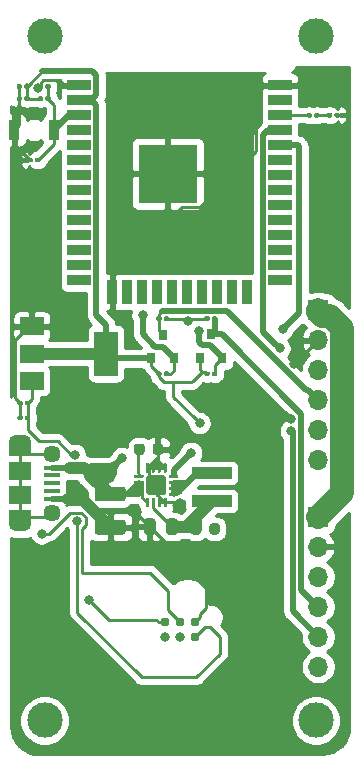
<source format=gtl>
G04 #@! TF.GenerationSoftware,KiCad,Pcbnew,(5.1.9)-1*
G04 #@! TF.CreationDate,2021-01-17T23:25:33+08:00*
G04 #@! TF.ProjectId,esp-break,6573702d-6272-4656-916b-2e6b69636164,rev?*
G04 #@! TF.SameCoordinates,Original*
G04 #@! TF.FileFunction,Copper,L1,Top*
G04 #@! TF.FilePolarity,Positive*
%FSLAX46Y46*%
G04 Gerber Fmt 4.6, Leading zero omitted, Abs format (unit mm)*
G04 Created by KiCad (PCBNEW (5.1.9)-1) date 2021-01-17 23:25:33*
%MOMM*%
%LPD*%
G01*
G04 APERTURE LIST*
G04 #@! TA.AperFunction,ComponentPad*
%ADD10C,3.000000*%
G04 #@! TD*
G04 #@! TA.AperFunction,SMDPad,CuDef*
%ADD11R,0.900000X1.700000*%
G04 #@! TD*
G04 #@! TA.AperFunction,SMDPad,CuDef*
%ADD12R,5.000000X5.000000*%
G04 #@! TD*
G04 #@! TA.AperFunction,SMDPad,CuDef*
%ADD13R,2.000000X0.900000*%
G04 #@! TD*
G04 #@! TA.AperFunction,SMDPad,CuDef*
%ADD14R,0.900000X2.000000*%
G04 #@! TD*
G04 #@! TA.AperFunction,ConnectorPad*
%ADD15C,0.787400*%
G04 #@! TD*
G04 #@! TA.AperFunction,ComponentPad*
%ADD16R,1.700000X1.700000*%
G04 #@! TD*
G04 #@! TA.AperFunction,ComponentPad*
%ADD17O,1.700000X1.700000*%
G04 #@! TD*
G04 #@! TA.AperFunction,SMDPad,CuDef*
%ADD18R,0.800000X0.900000*%
G04 #@! TD*
G04 #@! TA.AperFunction,SMDPad,CuDef*
%ADD19R,1.900000X1.500000*%
G04 #@! TD*
G04 #@! TA.AperFunction,ComponentPad*
%ADD20C,1.450000*%
G04 #@! TD*
G04 #@! TA.AperFunction,SMDPad,CuDef*
%ADD21R,1.350000X0.400000*%
G04 #@! TD*
G04 #@! TA.AperFunction,ComponentPad*
%ADD22O,1.900000X1.200000*%
G04 #@! TD*
G04 #@! TA.AperFunction,SMDPad,CuDef*
%ADD23R,1.900000X1.200000*%
G04 #@! TD*
G04 #@! TA.AperFunction,SMDPad,CuDef*
%ADD24R,3.400000X0.980000*%
G04 #@! TD*
G04 #@! TA.AperFunction,ComponentPad*
%ADD25C,0.500000*%
G04 #@! TD*
G04 #@! TA.AperFunction,SMDPad,CuDef*
%ADD26R,2.000000X3.800000*%
G04 #@! TD*
G04 #@! TA.AperFunction,SMDPad,CuDef*
%ADD27R,2.000000X1.500000*%
G04 #@! TD*
G04 #@! TA.AperFunction,ViaPad*
%ADD28C,0.800000*%
G04 #@! TD*
G04 #@! TA.AperFunction,Conductor*
%ADD29C,0.250000*%
G04 #@! TD*
G04 #@! TA.AperFunction,Conductor*
%ADD30C,0.500000*%
G04 #@! TD*
G04 #@! TA.AperFunction,Conductor*
%ADD31C,1.000000*%
G04 #@! TD*
G04 #@! TA.AperFunction,Conductor*
%ADD32C,2.000000*%
G04 #@! TD*
G04 #@! TA.AperFunction,Conductor*
%ADD33C,0.254000*%
G04 #@! TD*
G04 #@! TA.AperFunction,Conductor*
%ADD34C,0.100000*%
G04 #@! TD*
G04 APERTURE END LIST*
D10*
X128117600Y-112166400D03*
X105156000Y-112166400D03*
X128117600Y-54229000D03*
X105156000Y-54203600D03*
G04 #@! TA.AperFunction,SMDPad,CuDef*
G36*
G01*
X114310000Y-89456250D02*
X114310000Y-88943750D01*
G75*
G02*
X114528750Y-88725000I218750J0D01*
G01*
X114966250Y-88725000D01*
G75*
G02*
X115185000Y-88943750I0J-218750D01*
G01*
X115185000Y-89456250D01*
G75*
G02*
X114966250Y-89675000I-218750J0D01*
G01*
X114528750Y-89675000D01*
G75*
G02*
X114310000Y-89456250I0J218750D01*
G01*
G37*
G04 #@! TD.AperFunction*
G04 #@! TA.AperFunction,SMDPad,CuDef*
G36*
G01*
X112735000Y-89456250D02*
X112735000Y-88943750D01*
G75*
G02*
X112953750Y-88725000I218750J0D01*
G01*
X113391250Y-88725000D01*
G75*
G02*
X113610000Y-88943750I0J-218750D01*
G01*
X113610000Y-89456250D01*
G75*
G02*
X113391250Y-89675000I-218750J0D01*
G01*
X112953750Y-89675000D01*
G75*
G02*
X112735000Y-89456250I0J218750D01*
G01*
G37*
G04 #@! TD.AperFunction*
D11*
X105967000Y-62175000D03*
X102567000Y-62175000D03*
D12*
X115575000Y-65870000D03*
D13*
X108075000Y-58370000D03*
X108075000Y-59640000D03*
X108075000Y-60910000D03*
X108075000Y-62180000D03*
X108075000Y-63450000D03*
X108075000Y-64720000D03*
X108075000Y-65990000D03*
X108075000Y-67260000D03*
X108075000Y-68530000D03*
X108075000Y-69800000D03*
X108075000Y-71070000D03*
X108075000Y-72340000D03*
X108075000Y-73610000D03*
X108075000Y-74880000D03*
D14*
X110860000Y-75880000D03*
X112130000Y-75880000D03*
X113400000Y-75880000D03*
X114670000Y-75880000D03*
X115940000Y-75880000D03*
X117210000Y-75880000D03*
X118480000Y-75880000D03*
X119750000Y-75880000D03*
X121020000Y-75880000D03*
X122290000Y-75880000D03*
D13*
X125075000Y-74880000D03*
X125075000Y-73610000D03*
X125075000Y-72340000D03*
X125075000Y-71070000D03*
X125075000Y-69800000D03*
X125075000Y-68530000D03*
X125075000Y-67260000D03*
X125075000Y-65990000D03*
X125075000Y-64720000D03*
X125075000Y-63450000D03*
X125075000Y-62180000D03*
X125075000Y-60910000D03*
X125075000Y-59640000D03*
X125075000Y-58370000D03*
D15*
X115356640Y-105082340D03*
X115356640Y-103812340D03*
X116626640Y-105082340D03*
X116626640Y-103812340D03*
X117896640Y-105082340D03*
X117896640Y-103812340D03*
D16*
X128320800Y-77419200D03*
D17*
X128320800Y-79959200D03*
X128320800Y-82499200D03*
X128320800Y-85039200D03*
X128320800Y-87579200D03*
X128320800Y-90119200D03*
X128320800Y-107619800D03*
X128320800Y-105079800D03*
X128320800Y-102539800D03*
X128320800Y-99999800D03*
X128320800Y-97459800D03*
D16*
X128320800Y-94919800D03*
D18*
X115138660Y-79495980D03*
X116088660Y-81495980D03*
X114188660Y-81495980D03*
X118276300Y-81472740D03*
X120176300Y-81472740D03*
X119226300Y-79472740D03*
G04 #@! TA.AperFunction,SMDPad,CuDef*
G36*
G01*
X103950000Y-85200000D02*
X103950000Y-85400000D01*
G75*
G02*
X103850000Y-85500000I-100000J0D01*
G01*
X103590000Y-85500000D01*
G75*
G02*
X103490000Y-85400000I0J100000D01*
G01*
X103490000Y-85200000D01*
G75*
G02*
X103590000Y-85100000I100000J0D01*
G01*
X103850000Y-85100000D01*
G75*
G02*
X103950000Y-85200000I0J-100000D01*
G01*
G37*
G04 #@! TD.AperFunction*
G04 #@! TA.AperFunction,SMDPad,CuDef*
G36*
G01*
X103310000Y-85200000D02*
X103310000Y-85400000D01*
G75*
G02*
X103210000Y-85500000I-100000J0D01*
G01*
X102950000Y-85500000D01*
G75*
G02*
X102850000Y-85400000I0J100000D01*
G01*
X102850000Y-85200000D01*
G75*
G02*
X102950000Y-85100000I100000J0D01*
G01*
X103210000Y-85100000D01*
G75*
G02*
X103310000Y-85200000I0J-100000D01*
G01*
G37*
G04 #@! TD.AperFunction*
G04 #@! TA.AperFunction,SMDPad,CuDef*
G36*
G01*
X103310000Y-86450000D02*
X103310000Y-86650000D01*
G75*
G02*
X103210000Y-86750000I-100000J0D01*
G01*
X102950000Y-86750000D01*
G75*
G02*
X102850000Y-86650000I0J100000D01*
G01*
X102850000Y-86450000D01*
G75*
G02*
X102950000Y-86350000I100000J0D01*
G01*
X103210000Y-86350000D01*
G75*
G02*
X103310000Y-86450000I0J-100000D01*
G01*
G37*
G04 #@! TD.AperFunction*
G04 #@! TA.AperFunction,SMDPad,CuDef*
G36*
G01*
X103950000Y-86450000D02*
X103950000Y-86650000D01*
G75*
G02*
X103850000Y-86750000I-100000J0D01*
G01*
X103590000Y-86750000D01*
G75*
G02*
X103490000Y-86650000I0J100000D01*
G01*
X103490000Y-86450000D01*
G75*
G02*
X103590000Y-86350000I100000J0D01*
G01*
X103850000Y-86350000D01*
G75*
G02*
X103950000Y-86450000I0J-100000D01*
G01*
G37*
G04 #@! TD.AperFunction*
G04 #@! TA.AperFunction,SMDPad,CuDef*
G36*
G01*
X103875000Y-58400000D02*
X103875000Y-58600000D01*
G75*
G02*
X103775000Y-58700000I-100000J0D01*
G01*
X103515000Y-58700000D01*
G75*
G02*
X103415000Y-58600000I0J100000D01*
G01*
X103415000Y-58400000D01*
G75*
G02*
X103515000Y-58300000I100000J0D01*
G01*
X103775000Y-58300000D01*
G75*
G02*
X103875000Y-58400000I0J-100000D01*
G01*
G37*
G04 #@! TD.AperFunction*
G04 #@! TA.AperFunction,SMDPad,CuDef*
G36*
G01*
X103235000Y-58400000D02*
X103235000Y-58600000D01*
G75*
G02*
X103135000Y-58700000I-100000J0D01*
G01*
X102875000Y-58700000D01*
G75*
G02*
X102775000Y-58600000I0J100000D01*
G01*
X102775000Y-58400000D01*
G75*
G02*
X102875000Y-58300000I100000J0D01*
G01*
X103135000Y-58300000D01*
G75*
G02*
X103235000Y-58400000I0J-100000D01*
G01*
G37*
G04 #@! TD.AperFunction*
G04 #@! TA.AperFunction,SMDPad,CuDef*
G36*
G01*
X103235000Y-59425000D02*
X103235000Y-59625000D01*
G75*
G02*
X103135000Y-59725000I-100000J0D01*
G01*
X102875000Y-59725000D01*
G75*
G02*
X102775000Y-59625000I0J100000D01*
G01*
X102775000Y-59425000D01*
G75*
G02*
X102875000Y-59325000I100000J0D01*
G01*
X103135000Y-59325000D01*
G75*
G02*
X103235000Y-59425000I0J-100000D01*
G01*
G37*
G04 #@! TD.AperFunction*
G04 #@! TA.AperFunction,SMDPad,CuDef*
G36*
G01*
X103875000Y-59425000D02*
X103875000Y-59625000D01*
G75*
G02*
X103775000Y-59725000I-100000J0D01*
G01*
X103515000Y-59725000D01*
G75*
G02*
X103415000Y-59625000I0J100000D01*
G01*
X103415000Y-59425000D01*
G75*
G02*
X103515000Y-59325000I100000J0D01*
G01*
X103775000Y-59325000D01*
G75*
G02*
X103875000Y-59425000I0J-100000D01*
G01*
G37*
G04 #@! TD.AperFunction*
G04 #@! TA.AperFunction,SMDPad,CuDef*
G36*
G01*
X105215000Y-58600000D02*
X105215000Y-58400000D01*
G75*
G02*
X105315000Y-58300000I100000J0D01*
G01*
X105575000Y-58300000D01*
G75*
G02*
X105675000Y-58400000I0J-100000D01*
G01*
X105675000Y-58600000D01*
G75*
G02*
X105575000Y-58700000I-100000J0D01*
G01*
X105315000Y-58700000D01*
G75*
G02*
X105215000Y-58600000I0J100000D01*
G01*
G37*
G04 #@! TD.AperFunction*
G04 #@! TA.AperFunction,SMDPad,CuDef*
G36*
G01*
X104575000Y-58600000D02*
X104575000Y-58400000D01*
G75*
G02*
X104675000Y-58300000I100000J0D01*
G01*
X104935000Y-58300000D01*
G75*
G02*
X105035000Y-58400000I0J-100000D01*
G01*
X105035000Y-58600000D01*
G75*
G02*
X104935000Y-58700000I-100000J0D01*
G01*
X104675000Y-58700000D01*
G75*
G02*
X104575000Y-58600000I0J100000D01*
G01*
G37*
G04 #@! TD.AperFunction*
G04 #@! TA.AperFunction,SMDPad,CuDef*
G36*
G01*
X103700000Y-64825000D02*
X103700000Y-64625000D01*
G75*
G02*
X103800000Y-64525000I100000J0D01*
G01*
X104060000Y-64525000D01*
G75*
G02*
X104160000Y-64625000I0J-100000D01*
G01*
X104160000Y-64825000D01*
G75*
G02*
X104060000Y-64925000I-100000J0D01*
G01*
X103800000Y-64925000D01*
G75*
G02*
X103700000Y-64825000I0J100000D01*
G01*
G37*
G04 #@! TD.AperFunction*
G04 #@! TA.AperFunction,SMDPad,CuDef*
G36*
G01*
X104340000Y-64825000D02*
X104340000Y-64625000D01*
G75*
G02*
X104440000Y-64525000I100000J0D01*
G01*
X104700000Y-64525000D01*
G75*
G02*
X104800000Y-64625000I0J-100000D01*
G01*
X104800000Y-64825000D01*
G75*
G02*
X104700000Y-64925000I-100000J0D01*
G01*
X104440000Y-64925000D01*
G75*
G02*
X104340000Y-64825000I0J100000D01*
G01*
G37*
G04 #@! TD.AperFunction*
G04 #@! TA.AperFunction,SMDPad,CuDef*
G36*
G01*
X130150000Y-60825000D02*
X130150000Y-61025000D01*
G75*
G02*
X130050000Y-61125000I-100000J0D01*
G01*
X129790000Y-61125000D01*
G75*
G02*
X129690000Y-61025000I0J100000D01*
G01*
X129690000Y-60825000D01*
G75*
G02*
X129790000Y-60725000I100000J0D01*
G01*
X130050000Y-60725000D01*
G75*
G02*
X130150000Y-60825000I0J-100000D01*
G01*
G37*
G04 #@! TD.AperFunction*
G04 #@! TA.AperFunction,SMDPad,CuDef*
G36*
G01*
X129510000Y-60825000D02*
X129510000Y-61025000D01*
G75*
G02*
X129410000Y-61125000I-100000J0D01*
G01*
X129150000Y-61125000D01*
G75*
G02*
X129050000Y-61025000I0J100000D01*
G01*
X129050000Y-60825000D01*
G75*
G02*
X129150000Y-60725000I100000J0D01*
G01*
X129410000Y-60725000D01*
G75*
G02*
X129510000Y-60825000I0J-100000D01*
G01*
G37*
G04 #@! TD.AperFunction*
D19*
X103054900Y-93075000D03*
D20*
X105754900Y-89575000D03*
D21*
X105754900Y-91425000D03*
X105754900Y-90775000D03*
X105754900Y-93375000D03*
X105754900Y-92725000D03*
X105754900Y-92075000D03*
D20*
X105754900Y-94575000D03*
D19*
X103054900Y-91075000D03*
D22*
X103054900Y-88575000D03*
X103054900Y-95575000D03*
D23*
X103054900Y-94975000D03*
X103054900Y-89175000D03*
G04 #@! TA.AperFunction,SMDPad,CuDef*
G36*
G01*
X105680000Y-59425000D02*
X105680000Y-59625000D01*
G75*
G02*
X105580000Y-59725000I-100000J0D01*
G01*
X105320000Y-59725000D01*
G75*
G02*
X105220000Y-59625000I0J100000D01*
G01*
X105220000Y-59425000D01*
G75*
G02*
X105320000Y-59325000I100000J0D01*
G01*
X105580000Y-59325000D01*
G75*
G02*
X105680000Y-59425000I0J-100000D01*
G01*
G37*
G04 #@! TD.AperFunction*
G04 #@! TA.AperFunction,SMDPad,CuDef*
G36*
G01*
X105040000Y-59425000D02*
X105040000Y-59625000D01*
G75*
G02*
X104940000Y-59725000I-100000J0D01*
G01*
X104680000Y-59725000D01*
G75*
G02*
X104580000Y-59625000I0J100000D01*
G01*
X104580000Y-59425000D01*
G75*
G02*
X104680000Y-59325000I100000J0D01*
G01*
X104940000Y-59325000D01*
G75*
G02*
X105040000Y-59425000I0J-100000D01*
G01*
G37*
G04 #@! TD.AperFunction*
G04 #@! TA.AperFunction,SMDPad,CuDef*
G36*
G01*
X127785000Y-60825000D02*
X127785000Y-61025000D01*
G75*
G02*
X127685000Y-61125000I-100000J0D01*
G01*
X127425000Y-61125000D01*
G75*
G02*
X127325000Y-61025000I0J100000D01*
G01*
X127325000Y-60825000D01*
G75*
G02*
X127425000Y-60725000I100000J0D01*
G01*
X127685000Y-60725000D01*
G75*
G02*
X127785000Y-60825000I0J-100000D01*
G01*
G37*
G04 #@! TD.AperFunction*
G04 #@! TA.AperFunction,SMDPad,CuDef*
G36*
G01*
X128425000Y-60825000D02*
X128425000Y-61025000D01*
G75*
G02*
X128325000Y-61125000I-100000J0D01*
G01*
X128065000Y-61125000D01*
G75*
G02*
X127965000Y-61025000I0J100000D01*
G01*
X127965000Y-60825000D01*
G75*
G02*
X128065000Y-60725000I100000J0D01*
G01*
X128325000Y-60725000D01*
G75*
G02*
X128425000Y-60825000I0J-100000D01*
G01*
G37*
G04 #@! TD.AperFunction*
G04 #@! TA.AperFunction,SMDPad,CuDef*
G36*
G01*
X115228660Y-82920980D02*
X115228660Y-82720980D01*
G75*
G02*
X115328660Y-82620980I100000J0D01*
G01*
X115588660Y-82620980D01*
G75*
G02*
X115688660Y-82720980I0J-100000D01*
G01*
X115688660Y-82920980D01*
G75*
G02*
X115588660Y-83020980I-100000J0D01*
G01*
X115328660Y-83020980D01*
G75*
G02*
X115228660Y-82920980I0J100000D01*
G01*
G37*
G04 #@! TD.AperFunction*
G04 #@! TA.AperFunction,SMDPad,CuDef*
G36*
G01*
X114588660Y-82920980D02*
X114588660Y-82720980D01*
G75*
G02*
X114688660Y-82620980I100000J0D01*
G01*
X114948660Y-82620980D01*
G75*
G02*
X115048660Y-82720980I0J-100000D01*
G01*
X115048660Y-82920980D01*
G75*
G02*
X114948660Y-83020980I-100000J0D01*
G01*
X114688660Y-83020980D01*
G75*
G02*
X114588660Y-82920980I0J100000D01*
G01*
G37*
G04 #@! TD.AperFunction*
G04 #@! TA.AperFunction,SMDPad,CuDef*
G36*
G01*
X115688660Y-78045980D02*
X115688660Y-78245980D01*
G75*
G02*
X115588660Y-78345980I-100000J0D01*
G01*
X115328660Y-78345980D01*
G75*
G02*
X115228660Y-78245980I0J100000D01*
G01*
X115228660Y-78045980D01*
G75*
G02*
X115328660Y-77945980I100000J0D01*
G01*
X115588660Y-77945980D01*
G75*
G02*
X115688660Y-78045980I0J-100000D01*
G01*
G37*
G04 #@! TD.AperFunction*
G04 #@! TA.AperFunction,SMDPad,CuDef*
G36*
G01*
X115048660Y-78045980D02*
X115048660Y-78245980D01*
G75*
G02*
X114948660Y-78345980I-100000J0D01*
G01*
X114688660Y-78345980D01*
G75*
G02*
X114588660Y-78245980I0J100000D01*
G01*
X114588660Y-78045980D01*
G75*
G02*
X114688660Y-77945980I100000J0D01*
G01*
X114948660Y-77945980D01*
G75*
G02*
X115048660Y-78045980I0J-100000D01*
G01*
G37*
G04 #@! TD.AperFunction*
G04 #@! TA.AperFunction,SMDPad,CuDef*
G36*
G01*
X119322100Y-82922740D02*
X119322100Y-82722740D01*
G75*
G02*
X119422100Y-82622740I100000J0D01*
G01*
X119682100Y-82622740D01*
G75*
G02*
X119782100Y-82722740I0J-100000D01*
G01*
X119782100Y-82922740D01*
G75*
G02*
X119682100Y-83022740I-100000J0D01*
G01*
X119422100Y-83022740D01*
G75*
G02*
X119322100Y-82922740I0J100000D01*
G01*
G37*
G04 #@! TD.AperFunction*
G04 #@! TA.AperFunction,SMDPad,CuDef*
G36*
G01*
X118682100Y-82922740D02*
X118682100Y-82722740D01*
G75*
G02*
X118782100Y-82622740I100000J0D01*
G01*
X119042100Y-82622740D01*
G75*
G02*
X119142100Y-82722740I0J-100000D01*
G01*
X119142100Y-82922740D01*
G75*
G02*
X119042100Y-83022740I-100000J0D01*
G01*
X118782100Y-83022740D01*
G75*
G02*
X118682100Y-82922740I0J100000D01*
G01*
G37*
G04 #@! TD.AperFunction*
G04 #@! TA.AperFunction,SMDPad,CuDef*
G36*
G01*
X118682100Y-78247740D02*
X118682100Y-78047740D01*
G75*
G02*
X118782100Y-77947740I100000J0D01*
G01*
X119042100Y-77947740D01*
G75*
G02*
X119142100Y-78047740I0J-100000D01*
G01*
X119142100Y-78247740D01*
G75*
G02*
X119042100Y-78347740I-100000J0D01*
G01*
X118782100Y-78347740D01*
G75*
G02*
X118682100Y-78247740I0J100000D01*
G01*
G37*
G04 #@! TD.AperFunction*
G04 #@! TA.AperFunction,SMDPad,CuDef*
G36*
G01*
X119322100Y-78247740D02*
X119322100Y-78047740D01*
G75*
G02*
X119422100Y-77947740I100000J0D01*
G01*
X119682100Y-77947740D01*
G75*
G02*
X119782100Y-78047740I0J-100000D01*
G01*
X119782100Y-78247740D01*
G75*
G02*
X119682100Y-78347740I-100000J0D01*
G01*
X119422100Y-78347740D01*
G75*
G02*
X119322100Y-78247740I0J100000D01*
G01*
G37*
G04 #@! TD.AperFunction*
G04 #@! TA.AperFunction,SMDPad,CuDef*
G36*
G01*
X109625000Y-92375000D02*
X111775000Y-92375000D01*
G75*
G02*
X112025000Y-92625000I0J-250000D01*
G01*
X112025000Y-93375000D01*
G75*
G02*
X111775000Y-93625000I-250000J0D01*
G01*
X109625000Y-93625000D01*
G75*
G02*
X109375000Y-93375000I0J250000D01*
G01*
X109375000Y-92625000D01*
G75*
G02*
X109625000Y-92375000I250000J0D01*
G01*
G37*
G04 #@! TD.AperFunction*
G04 #@! TA.AperFunction,SMDPad,CuDef*
G36*
G01*
X109625000Y-95175000D02*
X111775000Y-95175000D01*
G75*
G02*
X112025000Y-95425000I0J-250000D01*
G01*
X112025000Y-96175000D01*
G75*
G02*
X111775000Y-96425000I-250000J0D01*
G01*
X109625000Y-96425000D01*
G75*
G02*
X109375000Y-96175000I0J250000D01*
G01*
X109375000Y-95425000D01*
G75*
G02*
X109625000Y-95175000I250000J0D01*
G01*
G37*
G04 #@! TD.AperFunction*
G04 #@! TA.AperFunction,SMDPad,CuDef*
G36*
G01*
X116425000Y-95293750D02*
X116425000Y-96206250D01*
G75*
G02*
X116181250Y-96450000I-243750J0D01*
G01*
X115693750Y-96450000D01*
G75*
G02*
X115450000Y-96206250I0J243750D01*
G01*
X115450000Y-95293750D01*
G75*
G02*
X115693750Y-95050000I243750J0D01*
G01*
X116181250Y-95050000D01*
G75*
G02*
X116425000Y-95293750I0J-243750D01*
G01*
G37*
G04 #@! TD.AperFunction*
G04 #@! TA.AperFunction,SMDPad,CuDef*
G36*
G01*
X114550000Y-95293750D02*
X114550000Y-96206250D01*
G75*
G02*
X114306250Y-96450000I-243750J0D01*
G01*
X113818750Y-96450000D01*
G75*
G02*
X113575000Y-96206250I0J243750D01*
G01*
X113575000Y-95293750D01*
G75*
G02*
X113818750Y-95050000I243750J0D01*
G01*
X114306250Y-95050000D01*
G75*
G02*
X114550000Y-95293750I0J-243750D01*
G01*
G37*
G04 #@! TD.AperFunction*
D24*
X119300000Y-91215000D03*
X119300000Y-93585000D03*
G04 #@! TA.AperFunction,SMDPad,CuDef*
G36*
G01*
X117525000Y-96206250D02*
X117525000Y-95693750D01*
G75*
G02*
X117743750Y-95475000I218750J0D01*
G01*
X118181250Y-95475000D01*
G75*
G02*
X118400000Y-95693750I0J-218750D01*
G01*
X118400000Y-96206250D01*
G75*
G02*
X118181250Y-96425000I-218750J0D01*
G01*
X117743750Y-96425000D01*
G75*
G02*
X117525000Y-96206250I0J218750D01*
G01*
G37*
G04 #@! TD.AperFunction*
G04 #@! TA.AperFunction,SMDPad,CuDef*
G36*
G01*
X119100000Y-96206250D02*
X119100000Y-95693750D01*
G75*
G02*
X119318750Y-95475000I218750J0D01*
G01*
X119756250Y-95475000D01*
G75*
G02*
X119975000Y-95693750I0J-218750D01*
G01*
X119975000Y-96206250D01*
G75*
G02*
X119756250Y-96425000I-218750J0D01*
G01*
X119318750Y-96425000D01*
G75*
G02*
X119100000Y-96206250I0J218750D01*
G01*
G37*
G04 #@! TD.AperFunction*
G04 #@! TA.AperFunction,SMDPad,CuDef*
G36*
G01*
X115440000Y-91660000D02*
X115440000Y-92840000D01*
G75*
G02*
X115190000Y-93090000I-250000J0D01*
G01*
X114010000Y-93090000D01*
G75*
G02*
X113760000Y-92840000I0J250000D01*
G01*
X113760000Y-91660000D01*
G75*
G02*
X114010000Y-91410000I250000J0D01*
G01*
X115190000Y-91410000D01*
G75*
G02*
X115440000Y-91660000I0J-250000D01*
G01*
G37*
G04 #@! TD.AperFunction*
D25*
X115190000Y-92840000D03*
X114010000Y-92840000D03*
X115190000Y-91660000D03*
X114010000Y-91660000D03*
G04 #@! TA.AperFunction,SMDPad,CuDef*
G36*
G01*
X116475000Y-92937500D02*
X116475000Y-93062500D01*
G75*
G02*
X116412500Y-93125000I-62500J0D01*
G01*
X115712500Y-93125000D01*
G75*
G02*
X115650000Y-93062500I0J62500D01*
G01*
X115650000Y-92937500D01*
G75*
G02*
X115712500Y-92875000I62500J0D01*
G01*
X116412500Y-92875000D01*
G75*
G02*
X116475000Y-92937500I0J-62500D01*
G01*
G37*
G04 #@! TD.AperFunction*
G04 #@! TA.AperFunction,SMDPad,CuDef*
G36*
G01*
X116475000Y-92437500D02*
X116475000Y-92562500D01*
G75*
G02*
X116412500Y-92625000I-62500J0D01*
G01*
X115712500Y-92625000D01*
G75*
G02*
X115650000Y-92562500I0J62500D01*
G01*
X115650000Y-92437500D01*
G75*
G02*
X115712500Y-92375000I62500J0D01*
G01*
X116412500Y-92375000D01*
G75*
G02*
X116475000Y-92437500I0J-62500D01*
G01*
G37*
G04 #@! TD.AperFunction*
G04 #@! TA.AperFunction,SMDPad,CuDef*
G36*
G01*
X116475000Y-91937500D02*
X116475000Y-92062500D01*
G75*
G02*
X116412500Y-92125000I-62500J0D01*
G01*
X115712500Y-92125000D01*
G75*
G02*
X115650000Y-92062500I0J62500D01*
G01*
X115650000Y-91937500D01*
G75*
G02*
X115712500Y-91875000I62500J0D01*
G01*
X116412500Y-91875000D01*
G75*
G02*
X116475000Y-91937500I0J-62500D01*
G01*
G37*
G04 #@! TD.AperFunction*
G04 #@! TA.AperFunction,SMDPad,CuDef*
G36*
G01*
X116475000Y-91437500D02*
X116475000Y-91562500D01*
G75*
G02*
X116412500Y-91625000I-62500J0D01*
G01*
X115712500Y-91625000D01*
G75*
G02*
X115650000Y-91562500I0J62500D01*
G01*
X115650000Y-91437500D01*
G75*
G02*
X115712500Y-91375000I62500J0D01*
G01*
X116412500Y-91375000D01*
G75*
G02*
X116475000Y-91437500I0J-62500D01*
G01*
G37*
G04 #@! TD.AperFunction*
G04 #@! TA.AperFunction,SMDPad,CuDef*
G36*
G01*
X115475000Y-90437500D02*
X115475000Y-91137500D01*
G75*
G02*
X115412500Y-91200000I-62500J0D01*
G01*
X115287500Y-91200000D01*
G75*
G02*
X115225000Y-91137500I0J62500D01*
G01*
X115225000Y-90437500D01*
G75*
G02*
X115287500Y-90375000I62500J0D01*
G01*
X115412500Y-90375000D01*
G75*
G02*
X115475000Y-90437500I0J-62500D01*
G01*
G37*
G04 #@! TD.AperFunction*
G04 #@! TA.AperFunction,SMDPad,CuDef*
G36*
G01*
X114975000Y-90437500D02*
X114975000Y-91137500D01*
G75*
G02*
X114912500Y-91200000I-62500J0D01*
G01*
X114787500Y-91200000D01*
G75*
G02*
X114725000Y-91137500I0J62500D01*
G01*
X114725000Y-90437500D01*
G75*
G02*
X114787500Y-90375000I62500J0D01*
G01*
X114912500Y-90375000D01*
G75*
G02*
X114975000Y-90437500I0J-62500D01*
G01*
G37*
G04 #@! TD.AperFunction*
G04 #@! TA.AperFunction,SMDPad,CuDef*
G36*
G01*
X114475000Y-90437500D02*
X114475000Y-91137500D01*
G75*
G02*
X114412500Y-91200000I-62500J0D01*
G01*
X114287500Y-91200000D01*
G75*
G02*
X114225000Y-91137500I0J62500D01*
G01*
X114225000Y-90437500D01*
G75*
G02*
X114287500Y-90375000I62500J0D01*
G01*
X114412500Y-90375000D01*
G75*
G02*
X114475000Y-90437500I0J-62500D01*
G01*
G37*
G04 #@! TD.AperFunction*
G04 #@! TA.AperFunction,SMDPad,CuDef*
G36*
G01*
X113975000Y-90437500D02*
X113975000Y-91137500D01*
G75*
G02*
X113912500Y-91200000I-62500J0D01*
G01*
X113787500Y-91200000D01*
G75*
G02*
X113725000Y-91137500I0J62500D01*
G01*
X113725000Y-90437500D01*
G75*
G02*
X113787500Y-90375000I62500J0D01*
G01*
X113912500Y-90375000D01*
G75*
G02*
X113975000Y-90437500I0J-62500D01*
G01*
G37*
G04 #@! TD.AperFunction*
G04 #@! TA.AperFunction,SMDPad,CuDef*
G36*
G01*
X113550000Y-91437500D02*
X113550000Y-91562500D01*
G75*
G02*
X113487500Y-91625000I-62500J0D01*
G01*
X112787500Y-91625000D01*
G75*
G02*
X112725000Y-91562500I0J62500D01*
G01*
X112725000Y-91437500D01*
G75*
G02*
X112787500Y-91375000I62500J0D01*
G01*
X113487500Y-91375000D01*
G75*
G02*
X113550000Y-91437500I0J-62500D01*
G01*
G37*
G04 #@! TD.AperFunction*
G04 #@! TA.AperFunction,SMDPad,CuDef*
G36*
G01*
X113550000Y-91937500D02*
X113550000Y-92062500D01*
G75*
G02*
X113487500Y-92125000I-62500J0D01*
G01*
X112787500Y-92125000D01*
G75*
G02*
X112725000Y-92062500I0J62500D01*
G01*
X112725000Y-91937500D01*
G75*
G02*
X112787500Y-91875000I62500J0D01*
G01*
X113487500Y-91875000D01*
G75*
G02*
X113550000Y-91937500I0J-62500D01*
G01*
G37*
G04 #@! TD.AperFunction*
G04 #@! TA.AperFunction,SMDPad,CuDef*
G36*
G01*
X113550000Y-92437500D02*
X113550000Y-92562500D01*
G75*
G02*
X113487500Y-92625000I-62500J0D01*
G01*
X112787500Y-92625000D01*
G75*
G02*
X112725000Y-92562500I0J62500D01*
G01*
X112725000Y-92437500D01*
G75*
G02*
X112787500Y-92375000I62500J0D01*
G01*
X113487500Y-92375000D01*
G75*
G02*
X113550000Y-92437500I0J-62500D01*
G01*
G37*
G04 #@! TD.AperFunction*
G04 #@! TA.AperFunction,SMDPad,CuDef*
G36*
G01*
X113550000Y-92937500D02*
X113550000Y-93062500D01*
G75*
G02*
X113487500Y-93125000I-62500J0D01*
G01*
X112787500Y-93125000D01*
G75*
G02*
X112725000Y-93062500I0J62500D01*
G01*
X112725000Y-92937500D01*
G75*
G02*
X112787500Y-92875000I62500J0D01*
G01*
X113487500Y-92875000D01*
G75*
G02*
X113550000Y-92937500I0J-62500D01*
G01*
G37*
G04 #@! TD.AperFunction*
G04 #@! TA.AperFunction,SMDPad,CuDef*
G36*
G01*
X113975000Y-93362500D02*
X113975000Y-94062500D01*
G75*
G02*
X113912500Y-94125000I-62500J0D01*
G01*
X113787500Y-94125000D01*
G75*
G02*
X113725000Y-94062500I0J62500D01*
G01*
X113725000Y-93362500D01*
G75*
G02*
X113787500Y-93300000I62500J0D01*
G01*
X113912500Y-93300000D01*
G75*
G02*
X113975000Y-93362500I0J-62500D01*
G01*
G37*
G04 #@! TD.AperFunction*
G04 #@! TA.AperFunction,SMDPad,CuDef*
G36*
G01*
X114475000Y-93362500D02*
X114475000Y-94062500D01*
G75*
G02*
X114412500Y-94125000I-62500J0D01*
G01*
X114287500Y-94125000D01*
G75*
G02*
X114225000Y-94062500I0J62500D01*
G01*
X114225000Y-93362500D01*
G75*
G02*
X114287500Y-93300000I62500J0D01*
G01*
X114412500Y-93300000D01*
G75*
G02*
X114475000Y-93362500I0J-62500D01*
G01*
G37*
G04 #@! TD.AperFunction*
G04 #@! TA.AperFunction,SMDPad,CuDef*
G36*
G01*
X114975000Y-93362500D02*
X114975000Y-94062500D01*
G75*
G02*
X114912500Y-94125000I-62500J0D01*
G01*
X114787500Y-94125000D01*
G75*
G02*
X114725000Y-94062500I0J62500D01*
G01*
X114725000Y-93362500D01*
G75*
G02*
X114787500Y-93300000I62500J0D01*
G01*
X114912500Y-93300000D01*
G75*
G02*
X114975000Y-93362500I0J-62500D01*
G01*
G37*
G04 #@! TD.AperFunction*
G04 #@! TA.AperFunction,SMDPad,CuDef*
G36*
G01*
X115475000Y-93362500D02*
X115475000Y-94062500D01*
G75*
G02*
X115412500Y-94125000I-62500J0D01*
G01*
X115287500Y-94125000D01*
G75*
G02*
X115225000Y-94062500I0J62500D01*
G01*
X115225000Y-93362500D01*
G75*
G02*
X115287500Y-93300000I62500J0D01*
G01*
X115412500Y-93300000D01*
G75*
G02*
X115475000Y-93362500I0J-62500D01*
G01*
G37*
G04 #@! TD.AperFunction*
D26*
X110360000Y-81100000D03*
D27*
X104060000Y-81100000D03*
X104060000Y-83400000D03*
X104060000Y-78800000D03*
D28*
X104900000Y-96350000D03*
X105967000Y-62175000D03*
X110700000Y-93000000D03*
X108700000Y-91000000D03*
X109325000Y-91625000D03*
X109950000Y-92250000D03*
X110048002Y-90981998D03*
X111060999Y-90620999D03*
X110700000Y-91640000D03*
X117307658Y-78377648D03*
X111715999Y-89965999D03*
X107900000Y-95300000D03*
X125075000Y-74880000D03*
X114550000Y-67900000D03*
X117600000Y-67900000D03*
X116600000Y-67900000D03*
X115600000Y-67900000D03*
X113550000Y-67900000D03*
X114550000Y-66850000D03*
X117600000Y-66850000D03*
X116600000Y-66850000D03*
X115600000Y-66850000D03*
X113550000Y-66850000D03*
X114550000Y-65850000D03*
X117600000Y-65850000D03*
X116600000Y-65850000D03*
X115600000Y-65850000D03*
X113550000Y-65850000D03*
X114550000Y-64850000D03*
X117600000Y-64850000D03*
X116600000Y-64850000D03*
X115600000Y-64850000D03*
X113550000Y-64850000D03*
X117600000Y-63850000D03*
X116600000Y-63850000D03*
X115600000Y-63850000D03*
X114550000Y-63850000D03*
X113550000Y-63850000D03*
X114600000Y-92250000D03*
X116599982Y-93721297D03*
X113000000Y-94900000D03*
X106380000Y-78830000D03*
X110860000Y-75880000D03*
X104565153Y-58605153D03*
X102567000Y-62175000D03*
X110744000Y-69850000D03*
X111760000Y-69850000D03*
X112776000Y-69850000D03*
X113792000Y-69850000D03*
X114808000Y-69850000D03*
X115824000Y-69850000D03*
X116840000Y-69850000D03*
X117856000Y-69850000D03*
X118872000Y-69850000D03*
X119888000Y-69850000D03*
X120904000Y-69850000D03*
X121920000Y-69850000D03*
X110744000Y-57912000D03*
X111760000Y-57912000D03*
X112776000Y-57912000D03*
X113792000Y-57912000D03*
X114808000Y-57912000D03*
X115824000Y-57912000D03*
X116840000Y-57912000D03*
X117856000Y-57912000D03*
X118872000Y-57912000D03*
X119888000Y-57912000D03*
X120904000Y-57912000D03*
X121920000Y-57912000D03*
X126294913Y-81985087D03*
X125984000Y-86614000D03*
X122936000Y-105664000D03*
X123952000Y-105664000D03*
X124968000Y-105664000D03*
X122936000Y-106680000D03*
X123952000Y-106680000D03*
X124968000Y-106680000D03*
X122936000Y-107696000D03*
X123952000Y-107696000D03*
X124968000Y-107696000D03*
X122936000Y-85090000D03*
X122936000Y-86106000D03*
X122936000Y-87122000D03*
X122936000Y-88138000D03*
X122936000Y-89154000D03*
X122936000Y-101600000D03*
X122936000Y-100584000D03*
X122936000Y-99568000D03*
X122936000Y-98552000D03*
X122936000Y-97536000D03*
X108966000Y-88392000D03*
X109728000Y-87630000D03*
X110490000Y-86868000D03*
X111252000Y-86106000D03*
X112014000Y-85344000D03*
X112776000Y-84582000D03*
X108950000Y-102000000D03*
X118270000Y-86990000D03*
X116626640Y-105082340D03*
X125037669Y-80671922D03*
X125300000Y-79050000D03*
X115356640Y-105082340D03*
X113450000Y-77850000D03*
X125075000Y-71070000D03*
X118200000Y-79200000D03*
X125075000Y-72340000D03*
X126020792Y-87650000D03*
X107700000Y-89675000D03*
X115937500Y-95750000D03*
X119537500Y-95950000D03*
X117550000Y-89500000D03*
D29*
X105445000Y-59520000D02*
X105450000Y-59525000D01*
X105445000Y-58500000D02*
X105445000Y-59520000D01*
D30*
X107232000Y-60910000D02*
X105967000Y-62175000D01*
X108075000Y-60910000D02*
X107232000Y-60910000D01*
D29*
X105967000Y-60042000D02*
X105967000Y-62175000D01*
X105450000Y-59525000D02*
X105967000Y-60042000D01*
X105967000Y-63328000D02*
X104570000Y-64725000D01*
X105967000Y-62175000D02*
X105967000Y-63328000D01*
X107308903Y-94574999D02*
X105533902Y-96350000D01*
X108248001Y-94574999D02*
X107308903Y-94574999D01*
X105533902Y-96350000D02*
X104900000Y-96350000D01*
X108625001Y-95648001D02*
X108625001Y-94951999D01*
X108625001Y-94951999D02*
X108248001Y-94574999D01*
X115599091Y-102784791D02*
X115599091Y-101181363D01*
X116626640Y-103812340D02*
X115599091Y-102784791D01*
X115599091Y-101181363D02*
X114067738Y-99650010D01*
X114067738Y-99650010D02*
X108350010Y-99650010D01*
X108350010Y-99650010D02*
X108350010Y-95922992D01*
X108350010Y-95922992D02*
X108625001Y-95648001D01*
D30*
X113137500Y-93000000D02*
X112625000Y-93000000D01*
X112637500Y-93000000D02*
X113137500Y-92500000D01*
X110700000Y-93000000D02*
X112637500Y-93000000D01*
X112212510Y-93000000D02*
X113137500Y-92075010D01*
X110700000Y-93000000D02*
X112212510Y-93000000D01*
D29*
X113137500Y-92000000D02*
X113434990Y-92297490D01*
X113434990Y-92297490D02*
X113434990Y-92702510D01*
X113434990Y-92702510D02*
X113434990Y-92950000D01*
X113434990Y-92950000D02*
X113434990Y-92934990D01*
X113434990Y-92934990D02*
X113250000Y-92750000D01*
X113137500Y-92512500D02*
X113434990Y-92215010D01*
X113250000Y-92750000D02*
X113137500Y-92637500D01*
X113137500Y-92637500D02*
X113137500Y-92512500D01*
X113434990Y-92215010D02*
X113434990Y-92100000D01*
D31*
X108475000Y-90775000D02*
X107275000Y-90775000D01*
X110700000Y-93000000D02*
X109950000Y-92250000D01*
D30*
X105754900Y-90775000D02*
X107275000Y-90775000D01*
D32*
X130370801Y-92869799D02*
X128320800Y-94919800D01*
X130370801Y-78975199D02*
X130370801Y-92869799D01*
X129304801Y-77909199D02*
X130370801Y-78975199D01*
X128609199Y-77909199D02*
X129304801Y-77909199D01*
X128320800Y-77620800D02*
X128609199Y-77909199D01*
X128320800Y-77419200D02*
X128320800Y-77620800D01*
D29*
X113434990Y-93297490D02*
X113434990Y-92934990D01*
X113850000Y-93712500D02*
X113434990Y-93297490D01*
X118910340Y-78145980D02*
X118912100Y-78147740D01*
X115458660Y-78145980D02*
X118910340Y-78145980D01*
D31*
X108700000Y-91000000D02*
X108475000Y-90775000D01*
D30*
X110030000Y-91000000D02*
X110048002Y-90981998D01*
X108700000Y-91000000D02*
X110030000Y-91000000D01*
X110700000Y-90981998D02*
X111060999Y-90620999D01*
X110048002Y-90981998D02*
X110700000Y-90981998D01*
X111060999Y-91279001D02*
X110700000Y-91640000D01*
X111060999Y-90620999D02*
X111060999Y-91279001D01*
X109950000Y-92250000D02*
X109325000Y-91625000D01*
X109325000Y-91625000D02*
X108700000Y-91000000D01*
X109405000Y-91625000D02*
X110048002Y-90981998D01*
X109325000Y-91625000D02*
X109405000Y-91625000D01*
X110685000Y-91625000D02*
X110700000Y-91640000D01*
X109325000Y-91625000D02*
X110685000Y-91625000D01*
X110349999Y-91331999D02*
X110700000Y-90981998D01*
X110349999Y-91850001D02*
X110349999Y-91331999D01*
X109950000Y-92250000D02*
X110349999Y-91850001D01*
X109079001Y-90620999D02*
X108700000Y-91000000D01*
X111060999Y-90620999D02*
X109079001Y-90620999D01*
X108700000Y-91000000D02*
X108700000Y-91570000D01*
X109380000Y-92250000D02*
X109950000Y-92250000D01*
X108700000Y-91570000D02*
X109380000Y-92250000D01*
X110090000Y-92250000D02*
X110700000Y-91640000D01*
X109950000Y-92250000D02*
X110090000Y-92250000D01*
D29*
X118912100Y-78147740D02*
X117537566Y-78147740D01*
X117537566Y-78147740D02*
X117307658Y-78377648D01*
D30*
X111060999Y-90620999D02*
X111715999Y-89965999D01*
D29*
X107900000Y-103039128D02*
X107900000Y-95300000D01*
X113360663Y-108499791D02*
X107900000Y-103039128D01*
X117896640Y-105082340D02*
X118727339Y-104251641D01*
X119168987Y-104251641D02*
X119986941Y-105069595D01*
X118727339Y-104251641D02*
X119168987Y-104251641D01*
X119986941Y-105069595D02*
X119986941Y-106500467D01*
X119986941Y-106500467D02*
X117987617Y-108499791D01*
X117987617Y-108499791D02*
X113360663Y-108499791D01*
D31*
X108275000Y-93375000D02*
X107125000Y-93375000D01*
X110700000Y-95800000D02*
X108275000Y-93375000D01*
D30*
X105754900Y-93375000D02*
X107125000Y-93375000D01*
D29*
X106825000Y-58370000D02*
X108075000Y-58370000D01*
X106429990Y-57974990D02*
X106825000Y-58370000D01*
X105030010Y-57974990D02*
X106429990Y-57974990D01*
X102567000Y-63362000D02*
X102567000Y-62175000D01*
X103930000Y-64725000D02*
X102567000Y-63362000D01*
X114618737Y-96306237D02*
X114062500Y-95750000D01*
X118774091Y-100461591D02*
X114618737Y-96306237D01*
X118774091Y-102633317D02*
X118774091Y-100461591D01*
X118290339Y-103117069D02*
X118774091Y-102633317D01*
X118290339Y-103418641D02*
X118290339Y-103117069D01*
X117896640Y-103812340D02*
X118290339Y-103418641D01*
X114010000Y-90947500D02*
X113850000Y-90787500D01*
X114010000Y-91660000D02*
X114010000Y-90947500D01*
X114600000Y-92962500D02*
X115350000Y-93712500D01*
X114600000Y-92250000D02*
X114600000Y-92962500D01*
X114850000Y-93712500D02*
X115350000Y-93712500D01*
X114850000Y-93712500D02*
X116591185Y-93712500D01*
X116591185Y-93712500D02*
X116599982Y-93721297D01*
X113212500Y-94900000D02*
X114062500Y-95750000D01*
X113000000Y-94900000D02*
X113212500Y-94900000D01*
X123825000Y-58370000D02*
X125075000Y-58370000D01*
X123049989Y-59145011D02*
X123825000Y-58370000D01*
X123049989Y-63980013D02*
X123049989Y-59145011D01*
X118335001Y-68695001D02*
X123049989Y-63980013D01*
X116794999Y-68695001D02*
X118335001Y-68695001D01*
X110860000Y-74630000D02*
X116794999Y-68695001D01*
X110860000Y-75880000D02*
X110860000Y-74630000D01*
X104060000Y-78800000D02*
X106350000Y-78800000D01*
X106350000Y-78800000D02*
X106380000Y-78830000D01*
X104805000Y-58200000D02*
X104805000Y-58500000D01*
X105030010Y-57974990D02*
X104805000Y-58200000D01*
X103005000Y-59525000D02*
X103005000Y-58500000D01*
X103005000Y-61737000D02*
X102567000Y-62175000D01*
X103005000Y-59525000D02*
X103005000Y-61737000D01*
X114747500Y-89200000D02*
X114747500Y-89890000D01*
X113850000Y-90787500D02*
X115350000Y-90787500D01*
X114747500Y-90390000D02*
X114350000Y-90787500D01*
X114747500Y-89200000D02*
X114747500Y-90390000D01*
X114747500Y-89200000D02*
X114747500Y-90185000D01*
X114654290Y-90591790D02*
X114850000Y-90787500D01*
X114654290Y-90510710D02*
X114654290Y-90591790D01*
X114747500Y-90417500D02*
X114654290Y-90510710D01*
X115088750Y-90548750D02*
X115111250Y-90548750D01*
X114850000Y-90787500D02*
X115088750Y-90548750D01*
X114747500Y-90185000D02*
X115111250Y-90548750D01*
X115111250Y-90548750D02*
X115350000Y-90787500D01*
X114747500Y-90052500D02*
X114747500Y-90132500D01*
X114747500Y-90052500D02*
X114747500Y-90417500D01*
X114747500Y-89200000D02*
X114747500Y-90052500D01*
X114747500Y-90390000D02*
X114507500Y-90630000D01*
X114747500Y-90132500D02*
X114747500Y-90390000D01*
X114507500Y-90630000D02*
X114507500Y-90362500D01*
X114507500Y-90362500D02*
X114600000Y-90270000D01*
X114101250Y-90538750D02*
X114350000Y-90787500D01*
X114098750Y-90538750D02*
X114101250Y-90538750D01*
X114098750Y-90538750D02*
X113850000Y-90787500D01*
X114747500Y-89890000D02*
X114098750Y-90538750D01*
X103080000Y-86550000D02*
X103080000Y-85300000D01*
X103810000Y-78800000D02*
X104060000Y-78800000D01*
X102616000Y-79994000D02*
X103810000Y-78800000D01*
X102616000Y-84836000D02*
X102616000Y-79994000D01*
X103080000Y-85300000D02*
X102616000Y-84836000D01*
X128320800Y-79959200D02*
X126294913Y-81985087D01*
D30*
X109065002Y-59640000D02*
X108075000Y-59640000D01*
X109525001Y-60099999D02*
X109065002Y-59640000D01*
X103685010Y-58459990D02*
X103685010Y-58500000D01*
X109165002Y-57200000D02*
X104945000Y-57200000D01*
X109525001Y-57559999D02*
X109165002Y-57200000D01*
X109065002Y-59640000D02*
X109525001Y-59180001D01*
X109525001Y-59180001D02*
X109525001Y-57559999D01*
D29*
X110577039Y-103627039D02*
X108950000Y-102000000D01*
X114614564Y-103627039D02*
X110577039Y-103627039D01*
X115356640Y-103812340D02*
X114799865Y-103812340D01*
X114799865Y-103812340D02*
X114614564Y-103627039D01*
X114188660Y-82190980D02*
X114818660Y-82820980D01*
X114188660Y-81495980D02*
X114188660Y-82190980D01*
D30*
X110360000Y-78700000D02*
X110360000Y-81100000D01*
X109525001Y-77865001D02*
X110360000Y-78700000D01*
X109525001Y-60099999D02*
X109525001Y-77865001D01*
X110755980Y-81495980D02*
X110360000Y-81100000D01*
X114188660Y-81495980D02*
X110755980Y-81495980D01*
D31*
X104060000Y-81100000D02*
X110360000Y-81100000D01*
D29*
X103899760Y-58245240D02*
X104945000Y-57200000D01*
X103645000Y-58500000D02*
X103899760Y-58245240D01*
X103645000Y-58500000D02*
X103785000Y-58500000D01*
X103645000Y-58500000D02*
X103645000Y-59525000D01*
X103645000Y-59525000D02*
X104810000Y-59525000D01*
X118276300Y-82422740D02*
X118476780Y-82623220D01*
X118276300Y-81472740D02*
X118276300Y-82422740D01*
X116045990Y-84765990D02*
X117870001Y-86590001D01*
X117870001Y-86590001D02*
X118270000Y-86990000D01*
X117704010Y-83395990D02*
X118476780Y-82623220D01*
X118712580Y-82623220D02*
X118912100Y-82822740D01*
X118476780Y-82623220D02*
X118712580Y-82623220D01*
X115231670Y-83533990D02*
X116045990Y-83533990D01*
X114818660Y-83120980D02*
X115231670Y-83533990D01*
X114818660Y-82820980D02*
X114818660Y-83120980D01*
X116045990Y-83533990D02*
X116045990Y-84765990D01*
X117566010Y-83533990D02*
X117704010Y-83395990D01*
X116045990Y-83533990D02*
X117566010Y-83533990D01*
D30*
X125075000Y-62180000D02*
X124084998Y-62180000D01*
X124084998Y-62180000D02*
X123624999Y-62639999D01*
X123624999Y-62639999D02*
X123624999Y-79259252D01*
X123624999Y-79259252D02*
X124637670Y-80271923D01*
X124637670Y-80271923D02*
X125037669Y-80671922D01*
X125699999Y-78650001D02*
X125300000Y-79050000D01*
X126575000Y-63450000D02*
X126699999Y-63574999D01*
X126699999Y-77650001D02*
X125699999Y-78650001D01*
X125075000Y-63450000D02*
X126575000Y-63450000D01*
X126699999Y-63574999D02*
X126699999Y-77650001D01*
D29*
X128195000Y-60925000D02*
X129280000Y-60925000D01*
D30*
X116088660Y-81445980D02*
X116088660Y-81495980D01*
X115188660Y-80545980D02*
X116088660Y-81445980D01*
X114528658Y-80545980D02*
X115188660Y-80545980D01*
X113450000Y-79467322D02*
X114528658Y-80545980D01*
X113450000Y-77850000D02*
X113450000Y-79467322D01*
D29*
X115458660Y-82820980D02*
X115807020Y-82820980D01*
X116088660Y-82539340D02*
X116088660Y-81495980D01*
X115807020Y-82820980D02*
X116088660Y-82539340D01*
D30*
X118200000Y-79765685D02*
X118200000Y-79200000D01*
X118200000Y-80106442D02*
X118200000Y-79765685D01*
X118466299Y-80372741D02*
X118200000Y-80106442D01*
X119126301Y-80372741D02*
X118466299Y-80372741D01*
X120176300Y-81422740D02*
X119126301Y-80372741D01*
X120176300Y-81472740D02*
X120176300Y-81422740D01*
D29*
X119552100Y-82096940D02*
X120176300Y-81472740D01*
X119552100Y-82822740D02*
X119552100Y-82096940D01*
D30*
X115138660Y-79495980D02*
X115138660Y-79445980D01*
D29*
X114818660Y-77778146D02*
X114818660Y-78145980D01*
X115100836Y-77495970D02*
X114818660Y-77778146D01*
X114818660Y-79175980D02*
X115138660Y-79495980D01*
X114818660Y-78145980D02*
X114818660Y-79175980D01*
D30*
X115100836Y-77495970D02*
X120603713Y-77495970D01*
X127470801Y-84189201D02*
X128320800Y-85039200D01*
X127296944Y-84189201D02*
X127470801Y-84189201D01*
X120603713Y-77495970D02*
X127296944Y-84189201D01*
X119592110Y-78475564D02*
X119592110Y-78195980D01*
X119226300Y-79472740D02*
X119592110Y-79106930D01*
X119592110Y-79106930D02*
X119592110Y-78475564D01*
X127470801Y-101689801D02*
X128320800Y-102539800D01*
X126870792Y-101089792D02*
X127470801Y-101689801D01*
X126870792Y-86217232D02*
X126870792Y-101089792D01*
X120126300Y-79472740D02*
X126870792Y-86217232D01*
X119226300Y-79472740D02*
X120126300Y-79472740D01*
D29*
X127540000Y-60910000D02*
X127555000Y-60925000D01*
X125075000Y-60910000D02*
X127540000Y-60910000D01*
D30*
X126170782Y-102929782D02*
X126170782Y-101379745D01*
X128320800Y-105079800D02*
X126170782Y-102929782D01*
X126170782Y-101379745D02*
X126170782Y-87799990D01*
X126170782Y-87799990D02*
X126020792Y-87650000D01*
D29*
X103054900Y-89175000D02*
X103054900Y-95575000D01*
X105354900Y-94975000D02*
X105754900Y-94575000D01*
X103054900Y-94975000D02*
X105354900Y-94975000D01*
X103054900Y-89425000D02*
X103054900Y-88575000D01*
X103204900Y-89575000D02*
X103054900Y-89425000D01*
X105754900Y-89575000D02*
X103204900Y-89575000D01*
D31*
X117762500Y-95750000D02*
X117962500Y-95950000D01*
X115937500Y-95750000D02*
X117762500Y-95750000D01*
X117962500Y-94922500D02*
X119300000Y-93585000D01*
X117962500Y-95950000D02*
X117962500Y-94922500D01*
X117135000Y-95750000D02*
X119300000Y-93585000D01*
X115937500Y-95750000D02*
X117135000Y-95750000D01*
D29*
X115381263Y-95193763D02*
X115937500Y-95750000D01*
X115370741Y-95193763D02*
X115381263Y-95193763D01*
X114350000Y-94173022D02*
X115370741Y-95193763D01*
X114350000Y-93712500D02*
X114350000Y-94173022D01*
X104060000Y-84960000D02*
X103720000Y-85300000D01*
X104060000Y-83400000D02*
X104060000Y-84960000D01*
X103720000Y-85300000D02*
X103720000Y-86550000D01*
X107408902Y-89675000D02*
X107700000Y-89675000D01*
X106258901Y-88524999D02*
X107408902Y-89675000D01*
X104663060Y-88524999D02*
X106258901Y-88524999D01*
X103720000Y-86550000D02*
X103720000Y-87581939D01*
X103720000Y-87581939D02*
X104663060Y-88524999D01*
X113069990Y-90643900D02*
X113069990Y-89200000D01*
X113069990Y-91207490D02*
X113069990Y-90643900D01*
X113137500Y-91500000D02*
X113137500Y-91275000D01*
X113137500Y-91275000D02*
X113069990Y-91207490D01*
D30*
X116062500Y-92075010D02*
X116062500Y-93000000D01*
X117229990Y-92075010D02*
X116062500Y-92075010D01*
X119300000Y-91215000D02*
X118090000Y-91215000D01*
X116805000Y-92500000D02*
X117577500Y-91727500D01*
X116062500Y-92500000D02*
X116805000Y-92500000D01*
X118090000Y-91215000D02*
X117577500Y-91727500D01*
X117577500Y-91727500D02*
X117229990Y-92075010D01*
X116062500Y-93000000D02*
X116258210Y-92804290D01*
X116500710Y-92804290D02*
X116805000Y-92500000D01*
X116258210Y-92804290D02*
X116500710Y-92804290D01*
D29*
X116062500Y-90987500D02*
X116062500Y-91500000D01*
D30*
X117550000Y-89500000D02*
X116062500Y-90987500D01*
X116062500Y-90987500D02*
X116062500Y-91375000D01*
D33*
X125985792Y-86583811D02*
X125985792Y-86615000D01*
X125918853Y-86615000D01*
X125718894Y-86654774D01*
X125530536Y-86732795D01*
X125361018Y-86846063D01*
X125216855Y-86990226D01*
X125103587Y-87159744D01*
X125025566Y-87348102D01*
X124985792Y-87548061D01*
X124985792Y-87751939D01*
X125025566Y-87951898D01*
X125103587Y-88140256D01*
X125216855Y-88309774D01*
X125285783Y-88378702D01*
X125285782Y-101423221D01*
X125285783Y-101423231D01*
X125285782Y-102886312D01*
X125281501Y-102929782D01*
X125285782Y-102973251D01*
X125285782Y-102973258D01*
X125296003Y-103077037D01*
X125298587Y-103103272D01*
X125302459Y-103116036D01*
X125349193Y-103270094D01*
X125431371Y-103423840D01*
X125541965Y-103558599D01*
X125575738Y-103586316D01*
X126850261Y-104860840D01*
X126835800Y-104933540D01*
X126835800Y-105226060D01*
X126892868Y-105512958D01*
X127004810Y-105783211D01*
X127167325Y-106026432D01*
X127374168Y-106233275D01*
X127548560Y-106349800D01*
X127374168Y-106466325D01*
X127167325Y-106673168D01*
X127004810Y-106916389D01*
X126892868Y-107186642D01*
X126835800Y-107473540D01*
X126835800Y-107766060D01*
X126892868Y-108052958D01*
X127004810Y-108323211D01*
X127167325Y-108566432D01*
X127374168Y-108773275D01*
X127617389Y-108935790D01*
X127887642Y-109047732D01*
X128174540Y-109104800D01*
X128467060Y-109104800D01*
X128753958Y-109047732D01*
X129024211Y-108935790D01*
X129267432Y-108773275D01*
X129474275Y-108566432D01*
X129636790Y-108323211D01*
X129748732Y-108052958D01*
X129805800Y-107766060D01*
X129805800Y-107473540D01*
X129748732Y-107186642D01*
X129636790Y-106916389D01*
X129474275Y-106673168D01*
X129267432Y-106466325D01*
X129093040Y-106349800D01*
X129267432Y-106233275D01*
X129474275Y-106026432D01*
X129636790Y-105783211D01*
X129748732Y-105512958D01*
X129805800Y-105226060D01*
X129805800Y-104933540D01*
X129748732Y-104646642D01*
X129636790Y-104376389D01*
X129474275Y-104133168D01*
X129267432Y-103926325D01*
X129093040Y-103809800D01*
X129267432Y-103693275D01*
X129474275Y-103486432D01*
X129636790Y-103243211D01*
X129748732Y-102972958D01*
X129805800Y-102686060D01*
X129805800Y-102393540D01*
X129748732Y-102106642D01*
X129636790Y-101836389D01*
X129474275Y-101593168D01*
X129267432Y-101386325D01*
X129093040Y-101269800D01*
X129267432Y-101153275D01*
X129474275Y-100946432D01*
X129636790Y-100703211D01*
X129748732Y-100432958D01*
X129805800Y-100146060D01*
X129805800Y-99853540D01*
X129748732Y-99566642D01*
X129636790Y-99296389D01*
X129474275Y-99053168D01*
X129267432Y-98846325D01*
X129085266Y-98724605D01*
X129202155Y-98654978D01*
X129418388Y-98460069D01*
X129592441Y-98226720D01*
X129717625Y-97963899D01*
X129762276Y-97816690D01*
X129640955Y-97586800D01*
X128447800Y-97586800D01*
X128447800Y-97606800D01*
X128193800Y-97606800D01*
X128193800Y-97586800D01*
X128173800Y-97586800D01*
X128173800Y-97332800D01*
X128193800Y-97332800D01*
X128193800Y-97312800D01*
X128447800Y-97312800D01*
X128447800Y-97332800D01*
X129640955Y-97332800D01*
X129762276Y-97102910D01*
X129717625Y-96955701D01*
X129592441Y-96692880D01*
X129418388Y-96459531D01*
X129334334Y-96383766D01*
X129414980Y-96359302D01*
X129525294Y-96300337D01*
X129621985Y-96220985D01*
X129701337Y-96124294D01*
X129760302Y-96013980D01*
X129796612Y-95894282D01*
X129808872Y-95769800D01*
X129808872Y-95743966D01*
X130962801Y-94590038D01*
X130962801Y-112667512D01*
X130915668Y-113148214D01*
X130785439Y-113579553D01*
X130573910Y-113977381D01*
X130289142Y-114326540D01*
X129941970Y-114613746D01*
X129545634Y-114828045D01*
X129115212Y-114961283D01*
X128636477Y-115011600D01*
X104654878Y-115011600D01*
X104174186Y-114964468D01*
X103742847Y-114834239D01*
X103345019Y-114622710D01*
X102995860Y-114337942D01*
X102708654Y-113990770D01*
X102494355Y-113594434D01*
X102361117Y-113164012D01*
X102310800Y-112685277D01*
X102310800Y-111956121D01*
X103021000Y-111956121D01*
X103021000Y-112376679D01*
X103103047Y-112789156D01*
X103263988Y-113177702D01*
X103497637Y-113527383D01*
X103795017Y-113824763D01*
X104144698Y-114058412D01*
X104533244Y-114219353D01*
X104945721Y-114301400D01*
X105366279Y-114301400D01*
X105778756Y-114219353D01*
X106167302Y-114058412D01*
X106516983Y-113824763D01*
X106814363Y-113527383D01*
X107048012Y-113177702D01*
X107208953Y-112789156D01*
X107291000Y-112376679D01*
X107291000Y-111956121D01*
X125982600Y-111956121D01*
X125982600Y-112376679D01*
X126064647Y-112789156D01*
X126225588Y-113177702D01*
X126459237Y-113527383D01*
X126756617Y-113824763D01*
X127106298Y-114058412D01*
X127494844Y-114219353D01*
X127907321Y-114301400D01*
X128327879Y-114301400D01*
X128740356Y-114219353D01*
X129128902Y-114058412D01*
X129478583Y-113824763D01*
X129775963Y-113527383D01*
X130009612Y-113177702D01*
X130170553Y-112789156D01*
X130252600Y-112376679D01*
X130252600Y-111956121D01*
X130170553Y-111543644D01*
X130009612Y-111155098D01*
X129775963Y-110805417D01*
X129478583Y-110508037D01*
X129128902Y-110274388D01*
X128740356Y-110113447D01*
X128327879Y-110031400D01*
X127907321Y-110031400D01*
X127494844Y-110113447D01*
X127106298Y-110274388D01*
X126756617Y-110508037D01*
X126459237Y-110805417D01*
X126225588Y-111155098D01*
X126064647Y-111543644D01*
X125982600Y-111956121D01*
X107291000Y-111956121D01*
X107208953Y-111543644D01*
X107048012Y-111155098D01*
X106814363Y-110805417D01*
X106516983Y-110508037D01*
X106167302Y-110274388D01*
X105778756Y-110113447D01*
X105366279Y-110031400D01*
X104945721Y-110031400D01*
X104533244Y-110113447D01*
X104144698Y-110274388D01*
X103795017Y-110508037D01*
X103497637Y-110805417D01*
X103263988Y-111155098D01*
X103103047Y-111543644D01*
X103021000Y-111956121D01*
X102310800Y-111956121D01*
X102310800Y-96746022D01*
X102462798Y-96792130D01*
X102644235Y-96810000D01*
X103465565Y-96810000D01*
X103647002Y-96792130D01*
X103879801Y-96721511D01*
X103923855Y-96697964D01*
X103982795Y-96840256D01*
X104096063Y-97009774D01*
X104240226Y-97153937D01*
X104409744Y-97267205D01*
X104598102Y-97345226D01*
X104798061Y-97385000D01*
X105001939Y-97385000D01*
X105201898Y-97345226D01*
X105390256Y-97267205D01*
X105559774Y-97153937D01*
X105607259Y-97106452D01*
X105682888Y-97099003D01*
X105826149Y-97055546D01*
X105958178Y-96984974D01*
X106073903Y-96890001D01*
X106097705Y-96860998D01*
X107057157Y-95901547D01*
X107096063Y-95959774D01*
X107140001Y-96003712D01*
X107140000Y-103001806D01*
X107136324Y-103039128D01*
X107140000Y-103076450D01*
X107140000Y-103076460D01*
X107150997Y-103188113D01*
X107181912Y-103290028D01*
X107194454Y-103331374D01*
X107265026Y-103463404D01*
X107283925Y-103486432D01*
X107359999Y-103579129D01*
X107389003Y-103602932D01*
X112796864Y-109010794D01*
X112820662Y-109039792D01*
X112936387Y-109134765D01*
X113068416Y-109205337D01*
X113211677Y-109248794D01*
X113323330Y-109259791D01*
X113323338Y-109259791D01*
X113360663Y-109263467D01*
X113397988Y-109259791D01*
X117950295Y-109259791D01*
X117987617Y-109263467D01*
X118024939Y-109259791D01*
X118024950Y-109259791D01*
X118136603Y-109248794D01*
X118279864Y-109205337D01*
X118411893Y-109134765D01*
X118527618Y-109039792D01*
X118551421Y-109010788D01*
X120497944Y-107064266D01*
X120526942Y-107040468D01*
X120553273Y-107008384D01*
X120621915Y-106924744D01*
X120692487Y-106792714D01*
X120728750Y-106673168D01*
X120735944Y-106649453D01*
X120746941Y-106537800D01*
X120746941Y-106537791D01*
X120750617Y-106500468D01*
X120746941Y-106463145D01*
X120746941Y-105106920D01*
X120750617Y-105069595D01*
X120746941Y-105032270D01*
X120746941Y-105032262D01*
X120735944Y-104920609D01*
X120692487Y-104777348D01*
X120621915Y-104645319D01*
X120526942Y-104529594D01*
X120497945Y-104505797D01*
X120084419Y-104092272D01*
X120168299Y-103966738D01*
X120253503Y-103761036D01*
X120296940Y-103542665D01*
X120296940Y-103320015D01*
X120253503Y-103101644D01*
X120168299Y-102895942D01*
X120044601Y-102710816D01*
X119887164Y-102553379D01*
X119702038Y-102429681D01*
X119496336Y-102344477D01*
X119277965Y-102301040D01*
X119055315Y-102301040D01*
X119040912Y-102303905D01*
X119084090Y-102086836D01*
X119084090Y-101727844D01*
X119014054Y-101375751D01*
X118876674Y-101044086D01*
X118677229Y-100745596D01*
X118423384Y-100491751D01*
X118124894Y-100292306D01*
X117793229Y-100154926D01*
X117441136Y-100084890D01*
X117082144Y-100084890D01*
X116730051Y-100154926D01*
X116398386Y-100292306D01*
X116099896Y-100491751D01*
X116042088Y-100549559D01*
X114631542Y-99139013D01*
X114607739Y-99110009D01*
X114492014Y-99015036D01*
X114359985Y-98944464D01*
X114216724Y-98901007D01*
X114105071Y-98890010D01*
X114105060Y-98890010D01*
X114067738Y-98886334D01*
X114030416Y-98890010D01*
X109110010Y-98890010D01*
X109110010Y-97003379D01*
X109130820Y-97014502D01*
X109250518Y-97050812D01*
X109375000Y-97063072D01*
X110414250Y-97060000D01*
X110573000Y-96901250D01*
X110573000Y-95927000D01*
X110827000Y-95927000D01*
X110827000Y-96901250D01*
X110985750Y-97060000D01*
X112025000Y-97063072D01*
X112149482Y-97050812D01*
X112269180Y-97014502D01*
X112379494Y-96955537D01*
X112476185Y-96876185D01*
X112555537Y-96779494D01*
X112614502Y-96669180D01*
X112650812Y-96549482D01*
X112660609Y-96450000D01*
X112936928Y-96450000D01*
X112949188Y-96574482D01*
X112985498Y-96694180D01*
X113044463Y-96804494D01*
X113123815Y-96901185D01*
X113220506Y-96980537D01*
X113330820Y-97039502D01*
X113450518Y-97075812D01*
X113575000Y-97088072D01*
X113776750Y-97085000D01*
X113935500Y-96926250D01*
X113935500Y-95877000D01*
X113098750Y-95877000D01*
X112940000Y-96035750D01*
X112936928Y-96450000D01*
X112660609Y-96450000D01*
X112663072Y-96425000D01*
X112660000Y-96085750D01*
X112501250Y-95927000D01*
X110827000Y-95927000D01*
X110573000Y-95927000D01*
X110553000Y-95927000D01*
X110553000Y-95673000D01*
X110573000Y-95673000D01*
X110573000Y-94698750D01*
X110827000Y-94698750D01*
X110827000Y-95673000D01*
X112501250Y-95673000D01*
X112660000Y-95514250D01*
X112663072Y-95175000D01*
X112650812Y-95050518D01*
X112614502Y-94930820D01*
X112555537Y-94820506D01*
X112476185Y-94723815D01*
X112379494Y-94644463D01*
X112269180Y-94585498D01*
X112149482Y-94549188D01*
X112025000Y-94536928D01*
X110985750Y-94540000D01*
X110827000Y-94698750D01*
X110573000Y-94698750D01*
X110414250Y-94540000D01*
X109375000Y-94536928D01*
X109270402Y-94547230D01*
X109259975Y-94527723D01*
X109165002Y-94411998D01*
X109135998Y-94388195D01*
X108811805Y-94064002D01*
X108788002Y-94034998D01*
X108672277Y-93940025D01*
X108540248Y-93869453D01*
X108396987Y-93825996D01*
X108285334Y-93814999D01*
X108285323Y-93814999D01*
X108248001Y-93811323D01*
X108210679Y-93814999D01*
X107346225Y-93814999D01*
X107308902Y-93811323D01*
X107271579Y-93814999D01*
X107271570Y-93814999D01*
X107159917Y-93825996D01*
X107016656Y-93869453D01*
X106982623Y-93887644D01*
X107015421Y-93828576D01*
X107053641Y-93709474D01*
X107064900Y-93606750D01*
X106906150Y-93448000D01*
X106793578Y-93448000D01*
X106881085Y-93376185D01*
X106960437Y-93279494D01*
X106996932Y-93211218D01*
X107064900Y-93143250D01*
X107054912Y-93052120D01*
X107055712Y-93049482D01*
X107067972Y-92925000D01*
X107067972Y-92525000D01*
X107055712Y-92400518D01*
X107055555Y-92400000D01*
X107055712Y-92399482D01*
X107067972Y-92275000D01*
X107067972Y-91895101D01*
X107219248Y-91910000D01*
X107878316Y-91910000D01*
X107878411Y-91910313D01*
X107960590Y-92064059D01*
X108043468Y-92165046D01*
X108043471Y-92165049D01*
X108071184Y-92198817D01*
X108104951Y-92226529D01*
X108723470Y-92845049D01*
X108736928Y-92861447D01*
X108736928Y-93375000D01*
X108753992Y-93548254D01*
X108804528Y-93714850D01*
X108886595Y-93868386D01*
X108997038Y-94002962D01*
X109131614Y-94113405D01*
X109285150Y-94195472D01*
X109451746Y-94246008D01*
X109625000Y-94263072D01*
X111775000Y-94263072D01*
X111948254Y-94246008D01*
X112114850Y-94195472D01*
X112268386Y-94113405D01*
X112402962Y-94002962D01*
X112499770Y-93885000D01*
X112594031Y-93885000D01*
X112637500Y-93889281D01*
X112680969Y-93885000D01*
X112947699Y-93885000D01*
X113086928Y-94024229D01*
X113086928Y-94062500D01*
X113100389Y-94199175D01*
X113140256Y-94330597D01*
X113204996Y-94451717D01*
X113248370Y-94504569D01*
X113220506Y-94519463D01*
X113123815Y-94598815D01*
X113044463Y-94695506D01*
X112985498Y-94805820D01*
X112949188Y-94925518D01*
X112936928Y-95050000D01*
X112940000Y-95464250D01*
X113098750Y-95623000D01*
X113935500Y-95623000D01*
X113935500Y-95603000D01*
X114189500Y-95603000D01*
X114189500Y-95623000D01*
X114209500Y-95623000D01*
X114209500Y-95877000D01*
X114189500Y-95877000D01*
X114189500Y-96926250D01*
X114348250Y-97085000D01*
X114550000Y-97088072D01*
X114674482Y-97075812D01*
X114794180Y-97039502D01*
X114904494Y-96980537D01*
X115001185Y-96901185D01*
X115064992Y-96823436D01*
X115070208Y-96829792D01*
X115203836Y-96939458D01*
X115356291Y-97020947D01*
X115521715Y-97071128D01*
X115693750Y-97088072D01*
X116181250Y-97088072D01*
X116353285Y-97071128D01*
X116518709Y-97020947D01*
X116671164Y-96939458D01*
X116737521Y-96885000D01*
X117079249Y-96885000D01*
X117135000Y-96890491D01*
X117190751Y-96885000D01*
X117226696Y-96885000D01*
X117267725Y-96918671D01*
X117415858Y-96997850D01*
X117576592Y-97046608D01*
X117711326Y-97059878D01*
X117740001Y-97068577D01*
X117962500Y-97090491D01*
X118184999Y-97068577D01*
X118213674Y-97059878D01*
X118348408Y-97046608D01*
X118509142Y-96997850D01*
X118657275Y-96918671D01*
X118750000Y-96842574D01*
X118842725Y-96918671D01*
X118990858Y-96997850D01*
X119151592Y-97046608D01*
X119318750Y-97063072D01*
X119756250Y-97063072D01*
X119923408Y-97046608D01*
X120084142Y-96997850D01*
X120232275Y-96918671D01*
X120362115Y-96812115D01*
X120468671Y-96682275D01*
X120547850Y-96534142D01*
X120596608Y-96373408D01*
X120613072Y-96206250D01*
X120613072Y-95693750D01*
X120596608Y-95526592D01*
X120547850Y-95365858D01*
X120468671Y-95217725D01*
X120362115Y-95087885D01*
X120232275Y-94981329D01*
X120084142Y-94902150D01*
X119923408Y-94853392D01*
X119756250Y-94836928D01*
X119653204Y-94836928D01*
X119777060Y-94713072D01*
X121000000Y-94713072D01*
X121124482Y-94700812D01*
X121244180Y-94664502D01*
X121354494Y-94605537D01*
X121451185Y-94526185D01*
X121530537Y-94429494D01*
X121589502Y-94319180D01*
X121625812Y-94199482D01*
X121638072Y-94075000D01*
X121638072Y-93095000D01*
X121625812Y-92970518D01*
X121589502Y-92850820D01*
X121530537Y-92740506D01*
X121451185Y-92643815D01*
X121354494Y-92564463D01*
X121244180Y-92505498D01*
X121124482Y-92469188D01*
X121000000Y-92456928D01*
X119426094Y-92456928D01*
X119300000Y-92444509D01*
X119173906Y-92456928D01*
X118099651Y-92456928D01*
X118213507Y-92343072D01*
X121000000Y-92343072D01*
X121124482Y-92330812D01*
X121244180Y-92294502D01*
X121354494Y-92235537D01*
X121451185Y-92156185D01*
X121530537Y-92059494D01*
X121589502Y-91949180D01*
X121625812Y-91829482D01*
X121638072Y-91705000D01*
X121638072Y-90725000D01*
X121625812Y-90600518D01*
X121589502Y-90480820D01*
X121530537Y-90370506D01*
X121451185Y-90273815D01*
X121354494Y-90194463D01*
X121244180Y-90135498D01*
X121124482Y-90099188D01*
X121000000Y-90086928D01*
X118402611Y-90086928D01*
X118467205Y-89990256D01*
X118545226Y-89801898D01*
X118585000Y-89601939D01*
X118585000Y-89398061D01*
X118545226Y-89198102D01*
X118467205Y-89009744D01*
X118353937Y-88840226D01*
X118209774Y-88696063D01*
X118040256Y-88582795D01*
X117851898Y-88504774D01*
X117651939Y-88465000D01*
X117448061Y-88465000D01*
X117248102Y-88504774D01*
X117059744Y-88582795D01*
X116890226Y-88696063D01*
X116746063Y-88840226D01*
X116632795Y-89009744D01*
X116554774Y-89198102D01*
X116543465Y-89254956D01*
X115897552Y-89900870D01*
X115841660Y-89852797D01*
X115801515Y-89830131D01*
X115810812Y-89799482D01*
X115823072Y-89675000D01*
X115820000Y-89485750D01*
X115661250Y-89327000D01*
X114874500Y-89327000D01*
X114874500Y-89347000D01*
X114620500Y-89347000D01*
X114620500Y-89327000D01*
X114600500Y-89327000D01*
X114600500Y-89073000D01*
X114620500Y-89073000D01*
X114620500Y-88248750D01*
X114874500Y-88248750D01*
X114874500Y-89073000D01*
X115661250Y-89073000D01*
X115820000Y-88914250D01*
X115823072Y-88725000D01*
X115810812Y-88600518D01*
X115774502Y-88480820D01*
X115715537Y-88370506D01*
X115636185Y-88273815D01*
X115539494Y-88194463D01*
X115429180Y-88135498D01*
X115309482Y-88099188D01*
X115185000Y-88086928D01*
X115033250Y-88090000D01*
X114874500Y-88248750D01*
X114620500Y-88248750D01*
X114461750Y-88090000D01*
X114310000Y-88086928D01*
X114185518Y-88099188D01*
X114065820Y-88135498D01*
X113955506Y-88194463D01*
X113888930Y-88249100D01*
X113867275Y-88231329D01*
X113719142Y-88152150D01*
X113558408Y-88103392D01*
X113391250Y-88086928D01*
X112953750Y-88086928D01*
X112786592Y-88103392D01*
X112625858Y-88152150D01*
X112477725Y-88231329D01*
X112347885Y-88337885D01*
X112241329Y-88467725D01*
X112162150Y-88615858D01*
X112113392Y-88776592D01*
X112096928Y-88943750D01*
X112096928Y-89003509D01*
X112017897Y-88970773D01*
X111817938Y-88930999D01*
X111614060Y-88930999D01*
X111414101Y-88970773D01*
X111225743Y-89048794D01*
X111056225Y-89162062D01*
X110912062Y-89306225D01*
X110798794Y-89475743D01*
X110731999Y-89636999D01*
X110570743Y-89703794D01*
X110522545Y-89735999D01*
X109122466Y-89735999D01*
X109079000Y-89731718D01*
X109035534Y-89735999D01*
X109035524Y-89735999D01*
X108953936Y-89744035D01*
X108911447Y-89721324D01*
X108735000Y-89667799D01*
X108735000Y-89573061D01*
X108695226Y-89373102D01*
X108617205Y-89184744D01*
X108503937Y-89015226D01*
X108359774Y-88871063D01*
X108190256Y-88757795D01*
X108001898Y-88679774D01*
X107801939Y-88640000D01*
X107598061Y-88640000D01*
X107473483Y-88664780D01*
X106822705Y-88014002D01*
X106798902Y-87984998D01*
X106683177Y-87890025D01*
X106551148Y-87819453D01*
X106407887Y-87775996D01*
X106296234Y-87764999D01*
X106296223Y-87764999D01*
X106258901Y-87761323D01*
X106221579Y-87764999D01*
X104977862Y-87764999D01*
X104480000Y-87267138D01*
X104480000Y-87029526D01*
X104531890Y-86932448D01*
X104573890Y-86793991D01*
X104588072Y-86650000D01*
X104588072Y-86450000D01*
X104573890Y-86306009D01*
X104531890Y-86167552D01*
X104480000Y-86070474D01*
X104480000Y-85779526D01*
X104531890Y-85682448D01*
X104573890Y-85543991D01*
X104576308Y-85519446D01*
X104600001Y-85500001D01*
X104694974Y-85384276D01*
X104765546Y-85252247D01*
X104809003Y-85108986D01*
X104820000Y-84997333D01*
X104823677Y-84960000D01*
X104820000Y-84922667D01*
X104820000Y-84788072D01*
X105060000Y-84788072D01*
X105184482Y-84775812D01*
X105304180Y-84739502D01*
X105414494Y-84680537D01*
X105511185Y-84601185D01*
X105590537Y-84504494D01*
X105649502Y-84394180D01*
X105685812Y-84274482D01*
X105698072Y-84150000D01*
X105698072Y-82650000D01*
X105685812Y-82525518D01*
X105649502Y-82405820D01*
X105590537Y-82295506D01*
X105553191Y-82250000D01*
X105565501Y-82235000D01*
X108721928Y-82235000D01*
X108721928Y-83000000D01*
X108734188Y-83124482D01*
X108770498Y-83244180D01*
X108829463Y-83354494D01*
X108908815Y-83451185D01*
X109005506Y-83530537D01*
X109115820Y-83589502D01*
X109235518Y-83625812D01*
X109360000Y-83638072D01*
X111360000Y-83638072D01*
X111484482Y-83625812D01*
X111604180Y-83589502D01*
X111714494Y-83530537D01*
X111811185Y-83451185D01*
X111890537Y-83354494D01*
X111949502Y-83244180D01*
X111985812Y-83124482D01*
X111998072Y-83000000D01*
X111998072Y-82380980D01*
X113324192Y-82380980D01*
X113337475Y-82397165D01*
X113434166Y-82476517D01*
X113497672Y-82510462D01*
X113553686Y-82615256D01*
X113624861Y-82701982D01*
X113648660Y-82730981D01*
X113677658Y-82754779D01*
X113962248Y-83039370D01*
X113964770Y-83064971D01*
X114006770Y-83203428D01*
X114074976Y-83331031D01*
X114095923Y-83356555D01*
X114113114Y-83413227D01*
X114183686Y-83545256D01*
X114278659Y-83660981D01*
X114307662Y-83684783D01*
X114667866Y-84044987D01*
X114691669Y-84073991D01*
X114807394Y-84168964D01*
X114939423Y-84239536D01*
X115082684Y-84282993D01*
X115194337Y-84293990D01*
X115194346Y-84293990D01*
X115231669Y-84297666D01*
X115268992Y-84293990D01*
X115285991Y-84293990D01*
X115285991Y-84728658D01*
X115282314Y-84765990D01*
X115285991Y-84803323D01*
X115296988Y-84914976D01*
X115309867Y-84957433D01*
X115340444Y-85058236D01*
X115411016Y-85190266D01*
X115482191Y-85276992D01*
X115505990Y-85305991D01*
X115534988Y-85329789D01*
X117235000Y-87029802D01*
X117235000Y-87091939D01*
X117274774Y-87291898D01*
X117352795Y-87480256D01*
X117466063Y-87649774D01*
X117610226Y-87793937D01*
X117779744Y-87907205D01*
X117968102Y-87985226D01*
X118168061Y-88025000D01*
X118371939Y-88025000D01*
X118571898Y-87985226D01*
X118760256Y-87907205D01*
X118929774Y-87793937D01*
X119073937Y-87649774D01*
X119187205Y-87480256D01*
X119265226Y-87291898D01*
X119305000Y-87091939D01*
X119305000Y-86888061D01*
X119265226Y-86688102D01*
X119187205Y-86499744D01*
X119073937Y-86330226D01*
X118929774Y-86186063D01*
X118760256Y-86072795D01*
X118571898Y-85994774D01*
X118371939Y-85955000D01*
X118309802Y-85955000D01*
X116805990Y-84451189D01*
X116805990Y-84293990D01*
X117528688Y-84293990D01*
X117566010Y-84297666D01*
X117603332Y-84293990D01*
X117603343Y-84293990D01*
X117714996Y-84282993D01*
X117858257Y-84239536D01*
X117990286Y-84168964D01*
X118106011Y-84073991D01*
X118129812Y-84044989D01*
X118267809Y-83906993D01*
X118267813Y-83906988D01*
X118553759Y-83621043D01*
X118638109Y-83646630D01*
X118782100Y-83660812D01*
X119042100Y-83660812D01*
X119186091Y-83646630D01*
X119232100Y-83632673D01*
X119278109Y-83646630D01*
X119422100Y-83660812D01*
X119682100Y-83660812D01*
X119826091Y-83646630D01*
X119964548Y-83604630D01*
X120092151Y-83536424D01*
X120203996Y-83444636D01*
X120295784Y-83332791D01*
X120363990Y-83205188D01*
X120405990Y-83066731D01*
X120420172Y-82922740D01*
X120420172Y-82722740D01*
X120405990Y-82578749D01*
X120400549Y-82560812D01*
X120576300Y-82560812D01*
X120700782Y-82548552D01*
X120820480Y-82512242D01*
X120930794Y-82453277D01*
X121027485Y-82373925D01*
X121106837Y-82277234D01*
X121165802Y-82166920D01*
X121202112Y-82047222D01*
X121214372Y-81922740D01*
X121214372Y-81812390D01*
X125985792Y-86583811D01*
G04 #@! TA.AperFunction,Conductor*
D34*
G36*
X125985792Y-86583811D02*
G01*
X125985792Y-86615000D01*
X125918853Y-86615000D01*
X125718894Y-86654774D01*
X125530536Y-86732795D01*
X125361018Y-86846063D01*
X125216855Y-86990226D01*
X125103587Y-87159744D01*
X125025566Y-87348102D01*
X124985792Y-87548061D01*
X124985792Y-87751939D01*
X125025566Y-87951898D01*
X125103587Y-88140256D01*
X125216855Y-88309774D01*
X125285783Y-88378702D01*
X125285782Y-101423221D01*
X125285783Y-101423231D01*
X125285782Y-102886312D01*
X125281501Y-102929782D01*
X125285782Y-102973251D01*
X125285782Y-102973258D01*
X125296003Y-103077037D01*
X125298587Y-103103272D01*
X125302459Y-103116036D01*
X125349193Y-103270094D01*
X125431371Y-103423840D01*
X125541965Y-103558599D01*
X125575738Y-103586316D01*
X126850261Y-104860840D01*
X126835800Y-104933540D01*
X126835800Y-105226060D01*
X126892868Y-105512958D01*
X127004810Y-105783211D01*
X127167325Y-106026432D01*
X127374168Y-106233275D01*
X127548560Y-106349800D01*
X127374168Y-106466325D01*
X127167325Y-106673168D01*
X127004810Y-106916389D01*
X126892868Y-107186642D01*
X126835800Y-107473540D01*
X126835800Y-107766060D01*
X126892868Y-108052958D01*
X127004810Y-108323211D01*
X127167325Y-108566432D01*
X127374168Y-108773275D01*
X127617389Y-108935790D01*
X127887642Y-109047732D01*
X128174540Y-109104800D01*
X128467060Y-109104800D01*
X128753958Y-109047732D01*
X129024211Y-108935790D01*
X129267432Y-108773275D01*
X129474275Y-108566432D01*
X129636790Y-108323211D01*
X129748732Y-108052958D01*
X129805800Y-107766060D01*
X129805800Y-107473540D01*
X129748732Y-107186642D01*
X129636790Y-106916389D01*
X129474275Y-106673168D01*
X129267432Y-106466325D01*
X129093040Y-106349800D01*
X129267432Y-106233275D01*
X129474275Y-106026432D01*
X129636790Y-105783211D01*
X129748732Y-105512958D01*
X129805800Y-105226060D01*
X129805800Y-104933540D01*
X129748732Y-104646642D01*
X129636790Y-104376389D01*
X129474275Y-104133168D01*
X129267432Y-103926325D01*
X129093040Y-103809800D01*
X129267432Y-103693275D01*
X129474275Y-103486432D01*
X129636790Y-103243211D01*
X129748732Y-102972958D01*
X129805800Y-102686060D01*
X129805800Y-102393540D01*
X129748732Y-102106642D01*
X129636790Y-101836389D01*
X129474275Y-101593168D01*
X129267432Y-101386325D01*
X129093040Y-101269800D01*
X129267432Y-101153275D01*
X129474275Y-100946432D01*
X129636790Y-100703211D01*
X129748732Y-100432958D01*
X129805800Y-100146060D01*
X129805800Y-99853540D01*
X129748732Y-99566642D01*
X129636790Y-99296389D01*
X129474275Y-99053168D01*
X129267432Y-98846325D01*
X129085266Y-98724605D01*
X129202155Y-98654978D01*
X129418388Y-98460069D01*
X129592441Y-98226720D01*
X129717625Y-97963899D01*
X129762276Y-97816690D01*
X129640955Y-97586800D01*
X128447800Y-97586800D01*
X128447800Y-97606800D01*
X128193800Y-97606800D01*
X128193800Y-97586800D01*
X128173800Y-97586800D01*
X128173800Y-97332800D01*
X128193800Y-97332800D01*
X128193800Y-97312800D01*
X128447800Y-97312800D01*
X128447800Y-97332800D01*
X129640955Y-97332800D01*
X129762276Y-97102910D01*
X129717625Y-96955701D01*
X129592441Y-96692880D01*
X129418388Y-96459531D01*
X129334334Y-96383766D01*
X129414980Y-96359302D01*
X129525294Y-96300337D01*
X129621985Y-96220985D01*
X129701337Y-96124294D01*
X129760302Y-96013980D01*
X129796612Y-95894282D01*
X129808872Y-95769800D01*
X129808872Y-95743966D01*
X130962801Y-94590038D01*
X130962801Y-112667512D01*
X130915668Y-113148214D01*
X130785439Y-113579553D01*
X130573910Y-113977381D01*
X130289142Y-114326540D01*
X129941970Y-114613746D01*
X129545634Y-114828045D01*
X129115212Y-114961283D01*
X128636477Y-115011600D01*
X104654878Y-115011600D01*
X104174186Y-114964468D01*
X103742847Y-114834239D01*
X103345019Y-114622710D01*
X102995860Y-114337942D01*
X102708654Y-113990770D01*
X102494355Y-113594434D01*
X102361117Y-113164012D01*
X102310800Y-112685277D01*
X102310800Y-111956121D01*
X103021000Y-111956121D01*
X103021000Y-112376679D01*
X103103047Y-112789156D01*
X103263988Y-113177702D01*
X103497637Y-113527383D01*
X103795017Y-113824763D01*
X104144698Y-114058412D01*
X104533244Y-114219353D01*
X104945721Y-114301400D01*
X105366279Y-114301400D01*
X105778756Y-114219353D01*
X106167302Y-114058412D01*
X106516983Y-113824763D01*
X106814363Y-113527383D01*
X107048012Y-113177702D01*
X107208953Y-112789156D01*
X107291000Y-112376679D01*
X107291000Y-111956121D01*
X125982600Y-111956121D01*
X125982600Y-112376679D01*
X126064647Y-112789156D01*
X126225588Y-113177702D01*
X126459237Y-113527383D01*
X126756617Y-113824763D01*
X127106298Y-114058412D01*
X127494844Y-114219353D01*
X127907321Y-114301400D01*
X128327879Y-114301400D01*
X128740356Y-114219353D01*
X129128902Y-114058412D01*
X129478583Y-113824763D01*
X129775963Y-113527383D01*
X130009612Y-113177702D01*
X130170553Y-112789156D01*
X130252600Y-112376679D01*
X130252600Y-111956121D01*
X130170553Y-111543644D01*
X130009612Y-111155098D01*
X129775963Y-110805417D01*
X129478583Y-110508037D01*
X129128902Y-110274388D01*
X128740356Y-110113447D01*
X128327879Y-110031400D01*
X127907321Y-110031400D01*
X127494844Y-110113447D01*
X127106298Y-110274388D01*
X126756617Y-110508037D01*
X126459237Y-110805417D01*
X126225588Y-111155098D01*
X126064647Y-111543644D01*
X125982600Y-111956121D01*
X107291000Y-111956121D01*
X107208953Y-111543644D01*
X107048012Y-111155098D01*
X106814363Y-110805417D01*
X106516983Y-110508037D01*
X106167302Y-110274388D01*
X105778756Y-110113447D01*
X105366279Y-110031400D01*
X104945721Y-110031400D01*
X104533244Y-110113447D01*
X104144698Y-110274388D01*
X103795017Y-110508037D01*
X103497637Y-110805417D01*
X103263988Y-111155098D01*
X103103047Y-111543644D01*
X103021000Y-111956121D01*
X102310800Y-111956121D01*
X102310800Y-96746022D01*
X102462798Y-96792130D01*
X102644235Y-96810000D01*
X103465565Y-96810000D01*
X103647002Y-96792130D01*
X103879801Y-96721511D01*
X103923855Y-96697964D01*
X103982795Y-96840256D01*
X104096063Y-97009774D01*
X104240226Y-97153937D01*
X104409744Y-97267205D01*
X104598102Y-97345226D01*
X104798061Y-97385000D01*
X105001939Y-97385000D01*
X105201898Y-97345226D01*
X105390256Y-97267205D01*
X105559774Y-97153937D01*
X105607259Y-97106452D01*
X105682888Y-97099003D01*
X105826149Y-97055546D01*
X105958178Y-96984974D01*
X106073903Y-96890001D01*
X106097705Y-96860998D01*
X107057157Y-95901547D01*
X107096063Y-95959774D01*
X107140001Y-96003712D01*
X107140000Y-103001806D01*
X107136324Y-103039128D01*
X107140000Y-103076450D01*
X107140000Y-103076460D01*
X107150997Y-103188113D01*
X107181912Y-103290028D01*
X107194454Y-103331374D01*
X107265026Y-103463404D01*
X107283925Y-103486432D01*
X107359999Y-103579129D01*
X107389003Y-103602932D01*
X112796864Y-109010794D01*
X112820662Y-109039792D01*
X112936387Y-109134765D01*
X113068416Y-109205337D01*
X113211677Y-109248794D01*
X113323330Y-109259791D01*
X113323338Y-109259791D01*
X113360663Y-109263467D01*
X113397988Y-109259791D01*
X117950295Y-109259791D01*
X117987617Y-109263467D01*
X118024939Y-109259791D01*
X118024950Y-109259791D01*
X118136603Y-109248794D01*
X118279864Y-109205337D01*
X118411893Y-109134765D01*
X118527618Y-109039792D01*
X118551421Y-109010788D01*
X120497944Y-107064266D01*
X120526942Y-107040468D01*
X120553273Y-107008384D01*
X120621915Y-106924744D01*
X120692487Y-106792714D01*
X120728750Y-106673168D01*
X120735944Y-106649453D01*
X120746941Y-106537800D01*
X120746941Y-106537791D01*
X120750617Y-106500468D01*
X120746941Y-106463145D01*
X120746941Y-105106920D01*
X120750617Y-105069595D01*
X120746941Y-105032270D01*
X120746941Y-105032262D01*
X120735944Y-104920609D01*
X120692487Y-104777348D01*
X120621915Y-104645319D01*
X120526942Y-104529594D01*
X120497945Y-104505797D01*
X120084419Y-104092272D01*
X120168299Y-103966738D01*
X120253503Y-103761036D01*
X120296940Y-103542665D01*
X120296940Y-103320015D01*
X120253503Y-103101644D01*
X120168299Y-102895942D01*
X120044601Y-102710816D01*
X119887164Y-102553379D01*
X119702038Y-102429681D01*
X119496336Y-102344477D01*
X119277965Y-102301040D01*
X119055315Y-102301040D01*
X119040912Y-102303905D01*
X119084090Y-102086836D01*
X119084090Y-101727844D01*
X119014054Y-101375751D01*
X118876674Y-101044086D01*
X118677229Y-100745596D01*
X118423384Y-100491751D01*
X118124894Y-100292306D01*
X117793229Y-100154926D01*
X117441136Y-100084890D01*
X117082144Y-100084890D01*
X116730051Y-100154926D01*
X116398386Y-100292306D01*
X116099896Y-100491751D01*
X116042088Y-100549559D01*
X114631542Y-99139013D01*
X114607739Y-99110009D01*
X114492014Y-99015036D01*
X114359985Y-98944464D01*
X114216724Y-98901007D01*
X114105071Y-98890010D01*
X114105060Y-98890010D01*
X114067738Y-98886334D01*
X114030416Y-98890010D01*
X109110010Y-98890010D01*
X109110010Y-97003379D01*
X109130820Y-97014502D01*
X109250518Y-97050812D01*
X109375000Y-97063072D01*
X110414250Y-97060000D01*
X110573000Y-96901250D01*
X110573000Y-95927000D01*
X110827000Y-95927000D01*
X110827000Y-96901250D01*
X110985750Y-97060000D01*
X112025000Y-97063072D01*
X112149482Y-97050812D01*
X112269180Y-97014502D01*
X112379494Y-96955537D01*
X112476185Y-96876185D01*
X112555537Y-96779494D01*
X112614502Y-96669180D01*
X112650812Y-96549482D01*
X112660609Y-96450000D01*
X112936928Y-96450000D01*
X112949188Y-96574482D01*
X112985498Y-96694180D01*
X113044463Y-96804494D01*
X113123815Y-96901185D01*
X113220506Y-96980537D01*
X113330820Y-97039502D01*
X113450518Y-97075812D01*
X113575000Y-97088072D01*
X113776750Y-97085000D01*
X113935500Y-96926250D01*
X113935500Y-95877000D01*
X113098750Y-95877000D01*
X112940000Y-96035750D01*
X112936928Y-96450000D01*
X112660609Y-96450000D01*
X112663072Y-96425000D01*
X112660000Y-96085750D01*
X112501250Y-95927000D01*
X110827000Y-95927000D01*
X110573000Y-95927000D01*
X110553000Y-95927000D01*
X110553000Y-95673000D01*
X110573000Y-95673000D01*
X110573000Y-94698750D01*
X110827000Y-94698750D01*
X110827000Y-95673000D01*
X112501250Y-95673000D01*
X112660000Y-95514250D01*
X112663072Y-95175000D01*
X112650812Y-95050518D01*
X112614502Y-94930820D01*
X112555537Y-94820506D01*
X112476185Y-94723815D01*
X112379494Y-94644463D01*
X112269180Y-94585498D01*
X112149482Y-94549188D01*
X112025000Y-94536928D01*
X110985750Y-94540000D01*
X110827000Y-94698750D01*
X110573000Y-94698750D01*
X110414250Y-94540000D01*
X109375000Y-94536928D01*
X109270402Y-94547230D01*
X109259975Y-94527723D01*
X109165002Y-94411998D01*
X109135998Y-94388195D01*
X108811805Y-94064002D01*
X108788002Y-94034998D01*
X108672277Y-93940025D01*
X108540248Y-93869453D01*
X108396987Y-93825996D01*
X108285334Y-93814999D01*
X108285323Y-93814999D01*
X108248001Y-93811323D01*
X108210679Y-93814999D01*
X107346225Y-93814999D01*
X107308902Y-93811323D01*
X107271579Y-93814999D01*
X107271570Y-93814999D01*
X107159917Y-93825996D01*
X107016656Y-93869453D01*
X106982623Y-93887644D01*
X107015421Y-93828576D01*
X107053641Y-93709474D01*
X107064900Y-93606750D01*
X106906150Y-93448000D01*
X106793578Y-93448000D01*
X106881085Y-93376185D01*
X106960437Y-93279494D01*
X106996932Y-93211218D01*
X107064900Y-93143250D01*
X107054912Y-93052120D01*
X107055712Y-93049482D01*
X107067972Y-92925000D01*
X107067972Y-92525000D01*
X107055712Y-92400518D01*
X107055555Y-92400000D01*
X107055712Y-92399482D01*
X107067972Y-92275000D01*
X107067972Y-91895101D01*
X107219248Y-91910000D01*
X107878316Y-91910000D01*
X107878411Y-91910313D01*
X107960590Y-92064059D01*
X108043468Y-92165046D01*
X108043471Y-92165049D01*
X108071184Y-92198817D01*
X108104951Y-92226529D01*
X108723470Y-92845049D01*
X108736928Y-92861447D01*
X108736928Y-93375000D01*
X108753992Y-93548254D01*
X108804528Y-93714850D01*
X108886595Y-93868386D01*
X108997038Y-94002962D01*
X109131614Y-94113405D01*
X109285150Y-94195472D01*
X109451746Y-94246008D01*
X109625000Y-94263072D01*
X111775000Y-94263072D01*
X111948254Y-94246008D01*
X112114850Y-94195472D01*
X112268386Y-94113405D01*
X112402962Y-94002962D01*
X112499770Y-93885000D01*
X112594031Y-93885000D01*
X112637500Y-93889281D01*
X112680969Y-93885000D01*
X112947699Y-93885000D01*
X113086928Y-94024229D01*
X113086928Y-94062500D01*
X113100389Y-94199175D01*
X113140256Y-94330597D01*
X113204996Y-94451717D01*
X113248370Y-94504569D01*
X113220506Y-94519463D01*
X113123815Y-94598815D01*
X113044463Y-94695506D01*
X112985498Y-94805820D01*
X112949188Y-94925518D01*
X112936928Y-95050000D01*
X112940000Y-95464250D01*
X113098750Y-95623000D01*
X113935500Y-95623000D01*
X113935500Y-95603000D01*
X114189500Y-95603000D01*
X114189500Y-95623000D01*
X114209500Y-95623000D01*
X114209500Y-95877000D01*
X114189500Y-95877000D01*
X114189500Y-96926250D01*
X114348250Y-97085000D01*
X114550000Y-97088072D01*
X114674482Y-97075812D01*
X114794180Y-97039502D01*
X114904494Y-96980537D01*
X115001185Y-96901185D01*
X115064992Y-96823436D01*
X115070208Y-96829792D01*
X115203836Y-96939458D01*
X115356291Y-97020947D01*
X115521715Y-97071128D01*
X115693750Y-97088072D01*
X116181250Y-97088072D01*
X116353285Y-97071128D01*
X116518709Y-97020947D01*
X116671164Y-96939458D01*
X116737521Y-96885000D01*
X117079249Y-96885000D01*
X117135000Y-96890491D01*
X117190751Y-96885000D01*
X117226696Y-96885000D01*
X117267725Y-96918671D01*
X117415858Y-96997850D01*
X117576592Y-97046608D01*
X117711326Y-97059878D01*
X117740001Y-97068577D01*
X117962500Y-97090491D01*
X118184999Y-97068577D01*
X118213674Y-97059878D01*
X118348408Y-97046608D01*
X118509142Y-96997850D01*
X118657275Y-96918671D01*
X118750000Y-96842574D01*
X118842725Y-96918671D01*
X118990858Y-96997850D01*
X119151592Y-97046608D01*
X119318750Y-97063072D01*
X119756250Y-97063072D01*
X119923408Y-97046608D01*
X120084142Y-96997850D01*
X120232275Y-96918671D01*
X120362115Y-96812115D01*
X120468671Y-96682275D01*
X120547850Y-96534142D01*
X120596608Y-96373408D01*
X120613072Y-96206250D01*
X120613072Y-95693750D01*
X120596608Y-95526592D01*
X120547850Y-95365858D01*
X120468671Y-95217725D01*
X120362115Y-95087885D01*
X120232275Y-94981329D01*
X120084142Y-94902150D01*
X119923408Y-94853392D01*
X119756250Y-94836928D01*
X119653204Y-94836928D01*
X119777060Y-94713072D01*
X121000000Y-94713072D01*
X121124482Y-94700812D01*
X121244180Y-94664502D01*
X121354494Y-94605537D01*
X121451185Y-94526185D01*
X121530537Y-94429494D01*
X121589502Y-94319180D01*
X121625812Y-94199482D01*
X121638072Y-94075000D01*
X121638072Y-93095000D01*
X121625812Y-92970518D01*
X121589502Y-92850820D01*
X121530537Y-92740506D01*
X121451185Y-92643815D01*
X121354494Y-92564463D01*
X121244180Y-92505498D01*
X121124482Y-92469188D01*
X121000000Y-92456928D01*
X119426094Y-92456928D01*
X119300000Y-92444509D01*
X119173906Y-92456928D01*
X118099651Y-92456928D01*
X118213507Y-92343072D01*
X121000000Y-92343072D01*
X121124482Y-92330812D01*
X121244180Y-92294502D01*
X121354494Y-92235537D01*
X121451185Y-92156185D01*
X121530537Y-92059494D01*
X121589502Y-91949180D01*
X121625812Y-91829482D01*
X121638072Y-91705000D01*
X121638072Y-90725000D01*
X121625812Y-90600518D01*
X121589502Y-90480820D01*
X121530537Y-90370506D01*
X121451185Y-90273815D01*
X121354494Y-90194463D01*
X121244180Y-90135498D01*
X121124482Y-90099188D01*
X121000000Y-90086928D01*
X118402611Y-90086928D01*
X118467205Y-89990256D01*
X118545226Y-89801898D01*
X118585000Y-89601939D01*
X118585000Y-89398061D01*
X118545226Y-89198102D01*
X118467205Y-89009744D01*
X118353937Y-88840226D01*
X118209774Y-88696063D01*
X118040256Y-88582795D01*
X117851898Y-88504774D01*
X117651939Y-88465000D01*
X117448061Y-88465000D01*
X117248102Y-88504774D01*
X117059744Y-88582795D01*
X116890226Y-88696063D01*
X116746063Y-88840226D01*
X116632795Y-89009744D01*
X116554774Y-89198102D01*
X116543465Y-89254956D01*
X115897552Y-89900870D01*
X115841660Y-89852797D01*
X115801515Y-89830131D01*
X115810812Y-89799482D01*
X115823072Y-89675000D01*
X115820000Y-89485750D01*
X115661250Y-89327000D01*
X114874500Y-89327000D01*
X114874500Y-89347000D01*
X114620500Y-89347000D01*
X114620500Y-89327000D01*
X114600500Y-89327000D01*
X114600500Y-89073000D01*
X114620500Y-89073000D01*
X114620500Y-88248750D01*
X114874500Y-88248750D01*
X114874500Y-89073000D01*
X115661250Y-89073000D01*
X115820000Y-88914250D01*
X115823072Y-88725000D01*
X115810812Y-88600518D01*
X115774502Y-88480820D01*
X115715537Y-88370506D01*
X115636185Y-88273815D01*
X115539494Y-88194463D01*
X115429180Y-88135498D01*
X115309482Y-88099188D01*
X115185000Y-88086928D01*
X115033250Y-88090000D01*
X114874500Y-88248750D01*
X114620500Y-88248750D01*
X114461750Y-88090000D01*
X114310000Y-88086928D01*
X114185518Y-88099188D01*
X114065820Y-88135498D01*
X113955506Y-88194463D01*
X113888930Y-88249100D01*
X113867275Y-88231329D01*
X113719142Y-88152150D01*
X113558408Y-88103392D01*
X113391250Y-88086928D01*
X112953750Y-88086928D01*
X112786592Y-88103392D01*
X112625858Y-88152150D01*
X112477725Y-88231329D01*
X112347885Y-88337885D01*
X112241329Y-88467725D01*
X112162150Y-88615858D01*
X112113392Y-88776592D01*
X112096928Y-88943750D01*
X112096928Y-89003509D01*
X112017897Y-88970773D01*
X111817938Y-88930999D01*
X111614060Y-88930999D01*
X111414101Y-88970773D01*
X111225743Y-89048794D01*
X111056225Y-89162062D01*
X110912062Y-89306225D01*
X110798794Y-89475743D01*
X110731999Y-89636999D01*
X110570743Y-89703794D01*
X110522545Y-89735999D01*
X109122466Y-89735999D01*
X109079000Y-89731718D01*
X109035534Y-89735999D01*
X109035524Y-89735999D01*
X108953936Y-89744035D01*
X108911447Y-89721324D01*
X108735000Y-89667799D01*
X108735000Y-89573061D01*
X108695226Y-89373102D01*
X108617205Y-89184744D01*
X108503937Y-89015226D01*
X108359774Y-88871063D01*
X108190256Y-88757795D01*
X108001898Y-88679774D01*
X107801939Y-88640000D01*
X107598061Y-88640000D01*
X107473483Y-88664780D01*
X106822705Y-88014002D01*
X106798902Y-87984998D01*
X106683177Y-87890025D01*
X106551148Y-87819453D01*
X106407887Y-87775996D01*
X106296234Y-87764999D01*
X106296223Y-87764999D01*
X106258901Y-87761323D01*
X106221579Y-87764999D01*
X104977862Y-87764999D01*
X104480000Y-87267138D01*
X104480000Y-87029526D01*
X104531890Y-86932448D01*
X104573890Y-86793991D01*
X104588072Y-86650000D01*
X104588072Y-86450000D01*
X104573890Y-86306009D01*
X104531890Y-86167552D01*
X104480000Y-86070474D01*
X104480000Y-85779526D01*
X104531890Y-85682448D01*
X104573890Y-85543991D01*
X104576308Y-85519446D01*
X104600001Y-85500001D01*
X104694974Y-85384276D01*
X104765546Y-85252247D01*
X104809003Y-85108986D01*
X104820000Y-84997333D01*
X104823677Y-84960000D01*
X104820000Y-84922667D01*
X104820000Y-84788072D01*
X105060000Y-84788072D01*
X105184482Y-84775812D01*
X105304180Y-84739502D01*
X105414494Y-84680537D01*
X105511185Y-84601185D01*
X105590537Y-84504494D01*
X105649502Y-84394180D01*
X105685812Y-84274482D01*
X105698072Y-84150000D01*
X105698072Y-82650000D01*
X105685812Y-82525518D01*
X105649502Y-82405820D01*
X105590537Y-82295506D01*
X105553191Y-82250000D01*
X105565501Y-82235000D01*
X108721928Y-82235000D01*
X108721928Y-83000000D01*
X108734188Y-83124482D01*
X108770498Y-83244180D01*
X108829463Y-83354494D01*
X108908815Y-83451185D01*
X109005506Y-83530537D01*
X109115820Y-83589502D01*
X109235518Y-83625812D01*
X109360000Y-83638072D01*
X111360000Y-83638072D01*
X111484482Y-83625812D01*
X111604180Y-83589502D01*
X111714494Y-83530537D01*
X111811185Y-83451185D01*
X111890537Y-83354494D01*
X111949502Y-83244180D01*
X111985812Y-83124482D01*
X111998072Y-83000000D01*
X111998072Y-82380980D01*
X113324192Y-82380980D01*
X113337475Y-82397165D01*
X113434166Y-82476517D01*
X113497672Y-82510462D01*
X113553686Y-82615256D01*
X113624861Y-82701982D01*
X113648660Y-82730981D01*
X113677658Y-82754779D01*
X113962248Y-83039370D01*
X113964770Y-83064971D01*
X114006770Y-83203428D01*
X114074976Y-83331031D01*
X114095923Y-83356555D01*
X114113114Y-83413227D01*
X114183686Y-83545256D01*
X114278659Y-83660981D01*
X114307662Y-83684783D01*
X114667866Y-84044987D01*
X114691669Y-84073991D01*
X114807394Y-84168964D01*
X114939423Y-84239536D01*
X115082684Y-84282993D01*
X115194337Y-84293990D01*
X115194346Y-84293990D01*
X115231669Y-84297666D01*
X115268992Y-84293990D01*
X115285991Y-84293990D01*
X115285991Y-84728658D01*
X115282314Y-84765990D01*
X115285991Y-84803323D01*
X115296988Y-84914976D01*
X115309867Y-84957433D01*
X115340444Y-85058236D01*
X115411016Y-85190266D01*
X115482191Y-85276992D01*
X115505990Y-85305991D01*
X115534988Y-85329789D01*
X117235000Y-87029802D01*
X117235000Y-87091939D01*
X117274774Y-87291898D01*
X117352795Y-87480256D01*
X117466063Y-87649774D01*
X117610226Y-87793937D01*
X117779744Y-87907205D01*
X117968102Y-87985226D01*
X118168061Y-88025000D01*
X118371939Y-88025000D01*
X118571898Y-87985226D01*
X118760256Y-87907205D01*
X118929774Y-87793937D01*
X119073937Y-87649774D01*
X119187205Y-87480256D01*
X119265226Y-87291898D01*
X119305000Y-87091939D01*
X119305000Y-86888061D01*
X119265226Y-86688102D01*
X119187205Y-86499744D01*
X119073937Y-86330226D01*
X118929774Y-86186063D01*
X118760256Y-86072795D01*
X118571898Y-85994774D01*
X118371939Y-85955000D01*
X118309802Y-85955000D01*
X116805990Y-84451189D01*
X116805990Y-84293990D01*
X117528688Y-84293990D01*
X117566010Y-84297666D01*
X117603332Y-84293990D01*
X117603343Y-84293990D01*
X117714996Y-84282993D01*
X117858257Y-84239536D01*
X117990286Y-84168964D01*
X118106011Y-84073991D01*
X118129812Y-84044989D01*
X118267809Y-83906993D01*
X118267813Y-83906988D01*
X118553759Y-83621043D01*
X118638109Y-83646630D01*
X118782100Y-83660812D01*
X119042100Y-83660812D01*
X119186091Y-83646630D01*
X119232100Y-83632673D01*
X119278109Y-83646630D01*
X119422100Y-83660812D01*
X119682100Y-83660812D01*
X119826091Y-83646630D01*
X119964548Y-83604630D01*
X120092151Y-83536424D01*
X120203996Y-83444636D01*
X120295784Y-83332791D01*
X120363990Y-83205188D01*
X120405990Y-83066731D01*
X120420172Y-82922740D01*
X120420172Y-82722740D01*
X120405990Y-82578749D01*
X120400549Y-82560812D01*
X120576300Y-82560812D01*
X120700782Y-82548552D01*
X120820480Y-82512242D01*
X120930794Y-82453277D01*
X121027485Y-82373925D01*
X121106837Y-82277234D01*
X121165802Y-82166920D01*
X121202112Y-82047222D01*
X121214372Y-81922740D01*
X121214372Y-81812390D01*
X125985792Y-86583811D01*
G37*
G04 #@! TD.AperFunction*
D33*
X118090388Y-103798198D02*
X118076245Y-103812340D01*
X118084042Y-103820137D01*
X117904437Y-103999742D01*
X117896640Y-103991945D01*
X117882498Y-104006088D01*
X117702893Y-103826483D01*
X117717035Y-103812340D01*
X117702893Y-103798198D01*
X117875353Y-103625737D01*
X117885457Y-103621552D01*
X117896640Y-103632735D01*
X117910783Y-103618593D01*
X118090388Y-103798198D01*
G04 #@! TA.AperFunction,Conductor*
D34*
G36*
X118090388Y-103798198D02*
G01*
X118076245Y-103812340D01*
X118084042Y-103820137D01*
X117904437Y-103999742D01*
X117896640Y-103991945D01*
X117882498Y-104006088D01*
X117702893Y-103826483D01*
X117717035Y-103812340D01*
X117702893Y-103798198D01*
X117875353Y-103625737D01*
X117885457Y-103621552D01*
X117896640Y-103632735D01*
X117910783Y-103618593D01*
X118090388Y-103798198D01*
G37*
G04 #@! TD.AperFunction*
D33*
X116961928Y-94075000D02*
X116974188Y-94199482D01*
X116998905Y-94280964D01*
X116697617Y-94582252D01*
X116671164Y-94560542D01*
X116518709Y-94479053D01*
X116353285Y-94428872D01*
X116181250Y-94411928D01*
X116041478Y-94411928D01*
X116069987Y-94355491D01*
X116103521Y-94234986D01*
X116112902Y-94110254D01*
X116110000Y-93998250D01*
X115994317Y-93882567D01*
X116062500Y-93889282D01*
X116235990Y-93872195D01*
X116402813Y-93821589D01*
X116534833Y-93751024D01*
X116549175Y-93749611D01*
X116680597Y-93709744D01*
X116801717Y-93645004D01*
X116815637Y-93633580D01*
X116841023Y-93625879D01*
X116961928Y-93561255D01*
X116961928Y-94075000D01*
G04 #@! TA.AperFunction,Conductor*
D34*
G36*
X116961928Y-94075000D02*
G01*
X116974188Y-94199482D01*
X116998905Y-94280964D01*
X116697617Y-94582252D01*
X116671164Y-94560542D01*
X116518709Y-94479053D01*
X116353285Y-94428872D01*
X116181250Y-94411928D01*
X116041478Y-94411928D01*
X116069987Y-94355491D01*
X116103521Y-94234986D01*
X116112902Y-94110254D01*
X116110000Y-93998250D01*
X115994317Y-93882567D01*
X116062500Y-93889282D01*
X116235990Y-93872195D01*
X116402813Y-93821589D01*
X116534833Y-93751024D01*
X116549175Y-93749611D01*
X116680597Y-93709744D01*
X116801717Y-93645004D01*
X116815637Y-93633580D01*
X116841023Y-93625879D01*
X116961928Y-93561255D01*
X116961928Y-94075000D01*
G37*
G04 #@! TD.AperFunction*
D33*
X114606164Y-92082216D02*
X114727000Y-92079627D01*
X114727000Y-92123000D01*
X114747000Y-92123000D01*
X114747000Y-92377000D01*
X114727000Y-92377000D01*
X114727000Y-92397000D01*
X114473000Y-92397000D01*
X114473000Y-92377000D01*
X114453000Y-92377000D01*
X114453000Y-92123000D01*
X114473000Y-92123000D01*
X114473000Y-92079627D01*
X114593836Y-92082216D01*
X114600000Y-92076052D01*
X114606164Y-92082216D01*
G04 #@! TA.AperFunction,Conductor*
D34*
G36*
X114606164Y-92082216D02*
G01*
X114727000Y-92079627D01*
X114727000Y-92123000D01*
X114747000Y-92123000D01*
X114747000Y-92377000D01*
X114727000Y-92377000D01*
X114727000Y-92397000D01*
X114473000Y-92397000D01*
X114473000Y-92377000D01*
X114453000Y-92377000D01*
X114453000Y-92123000D01*
X114473000Y-92123000D01*
X114473000Y-92079627D01*
X114593836Y-92082216D01*
X114600000Y-92076052D01*
X114606164Y-92082216D01*
G37*
G04 #@! TD.AperFunction*
D33*
X102993104Y-60146896D02*
X103104949Y-60238684D01*
X103191923Y-60285173D01*
X103266750Y-60360000D01*
X103341291Y-60354157D01*
X103366116Y-60347406D01*
X103371009Y-60348890D01*
X103515000Y-60363072D01*
X103775000Y-60363072D01*
X103918991Y-60348890D01*
X104057448Y-60306890D01*
X104098401Y-60285000D01*
X104356599Y-60285000D01*
X104397552Y-60306890D01*
X104536009Y-60348890D01*
X104680000Y-60363072D01*
X104940000Y-60363072D01*
X105083991Y-60348890D01*
X105130000Y-60334933D01*
X105176009Y-60348890D01*
X105201609Y-60351411D01*
X105207000Y-60356802D01*
X105207000Y-60770680D01*
X105162506Y-60794463D01*
X105065815Y-60873815D01*
X104986463Y-60970506D01*
X104927498Y-61080820D01*
X104891188Y-61200518D01*
X104878928Y-61325000D01*
X104878928Y-61339093D01*
X104757256Y-61257795D01*
X104568898Y-61179774D01*
X104368939Y-61140000D01*
X104165061Y-61140000D01*
X103965102Y-61179774D01*
X103776744Y-61257795D01*
X103654995Y-61339145D01*
X103655072Y-61325000D01*
X103642812Y-61200518D01*
X103606502Y-61080820D01*
X103547537Y-60970506D01*
X103468185Y-60873815D01*
X103371494Y-60794463D01*
X103261180Y-60735498D01*
X103141482Y-60699188D01*
X103017000Y-60686928D01*
X102852750Y-60690000D01*
X102694000Y-60848750D01*
X102694000Y-62048000D01*
X102714000Y-62048000D01*
X102714000Y-62302000D01*
X102694000Y-62302000D01*
X102694000Y-63501250D01*
X102852750Y-63660000D01*
X103017000Y-63663072D01*
X103141482Y-63650812D01*
X103261180Y-63614502D01*
X103371494Y-63555537D01*
X103468185Y-63476185D01*
X103547537Y-63379494D01*
X103606502Y-63269180D01*
X103642812Y-63149482D01*
X103655072Y-63025000D01*
X103654995Y-63010855D01*
X103776744Y-63092205D01*
X103965102Y-63170226D01*
X104165061Y-63210000D01*
X104368939Y-63210000D01*
X104568898Y-63170226D01*
X104757256Y-63092205D01*
X104878928Y-63010907D01*
X104878928Y-63025000D01*
X104891188Y-63149482D01*
X104927498Y-63269180D01*
X104935691Y-63284508D01*
X104321610Y-63898588D01*
X104296009Y-63901110D01*
X104291116Y-63902594D01*
X104266291Y-63895843D01*
X104191750Y-63890000D01*
X104116923Y-63964827D01*
X104029949Y-64011316D01*
X103918104Y-64103104D01*
X103827000Y-64214116D01*
X103827000Y-64048750D01*
X103668250Y-63890000D01*
X103593709Y-63895843D01*
X103473009Y-63928669D01*
X103361032Y-63984411D01*
X103262081Y-64060928D01*
X103179960Y-64155278D01*
X103117823Y-64263837D01*
X103078059Y-64382433D01*
X103065000Y-64493250D01*
X103223750Y-64652000D01*
X103701928Y-64652000D01*
X103701928Y-64798000D01*
X103223750Y-64798000D01*
X103065000Y-64956750D01*
X103078059Y-65067567D01*
X103117823Y-65186163D01*
X103179960Y-65294722D01*
X103262081Y-65389072D01*
X103361032Y-65465589D01*
X103473009Y-65521331D01*
X103593709Y-65554157D01*
X103668250Y-65560000D01*
X103827000Y-65401250D01*
X103827000Y-65235884D01*
X103918104Y-65346896D01*
X104029949Y-65438684D01*
X104116923Y-65485173D01*
X104191750Y-65560000D01*
X104266291Y-65554157D01*
X104291116Y-65547406D01*
X104296009Y-65548890D01*
X104440000Y-65563072D01*
X104700000Y-65563072D01*
X104843991Y-65548890D01*
X104982448Y-65506890D01*
X105110051Y-65438684D01*
X105221896Y-65346896D01*
X105313684Y-65235051D01*
X105381890Y-65107448D01*
X105423890Y-64968991D01*
X105426412Y-64943390D01*
X106439875Y-63929927D01*
X106449188Y-64024482D01*
X106467546Y-64085000D01*
X106449188Y-64145518D01*
X106436928Y-64270000D01*
X106436928Y-65170000D01*
X106449188Y-65294482D01*
X106467546Y-65355000D01*
X106449188Y-65415518D01*
X106436928Y-65540000D01*
X106436928Y-66440000D01*
X106449188Y-66564482D01*
X106467546Y-66625000D01*
X106449188Y-66685518D01*
X106436928Y-66810000D01*
X106436928Y-67710000D01*
X106449188Y-67834482D01*
X106467546Y-67895000D01*
X106449188Y-67955518D01*
X106436928Y-68080000D01*
X106436928Y-68980000D01*
X106449188Y-69104482D01*
X106467546Y-69165000D01*
X106449188Y-69225518D01*
X106436928Y-69350000D01*
X106436928Y-70250000D01*
X106449188Y-70374482D01*
X106467546Y-70435000D01*
X106449188Y-70495518D01*
X106436928Y-70620000D01*
X106436928Y-71520000D01*
X106449188Y-71644482D01*
X106467546Y-71705000D01*
X106449188Y-71765518D01*
X106436928Y-71890000D01*
X106436928Y-72790000D01*
X106449188Y-72914482D01*
X106467546Y-72975000D01*
X106449188Y-73035518D01*
X106436928Y-73160000D01*
X106436928Y-74060000D01*
X106449188Y-74184482D01*
X106467546Y-74245000D01*
X106449188Y-74305518D01*
X106436928Y-74430000D01*
X106436928Y-75330000D01*
X106449188Y-75454482D01*
X106485498Y-75574180D01*
X106544463Y-75684494D01*
X106623815Y-75781185D01*
X106720506Y-75860537D01*
X106830820Y-75919502D01*
X106950518Y-75955812D01*
X107075000Y-75968072D01*
X108640002Y-75968072D01*
X108640002Y-77821522D01*
X108635720Y-77865001D01*
X108652806Y-78038491D01*
X108703413Y-78205314D01*
X108785591Y-78359060D01*
X108868469Y-78460047D01*
X108868472Y-78460050D01*
X108896185Y-78493818D01*
X108929952Y-78521530D01*
X109052673Y-78644251D01*
X109005506Y-78669463D01*
X108908815Y-78748815D01*
X108829463Y-78845506D01*
X108770498Y-78955820D01*
X108734188Y-79075518D01*
X108721928Y-79200000D01*
X108721928Y-79965000D01*
X105565501Y-79965000D01*
X105553191Y-79950000D01*
X105590537Y-79904494D01*
X105649502Y-79794180D01*
X105685812Y-79674482D01*
X105698072Y-79550000D01*
X105695000Y-79085750D01*
X105536250Y-78927000D01*
X104187000Y-78927000D01*
X104187000Y-78947000D01*
X103933000Y-78947000D01*
X103933000Y-78927000D01*
X102583750Y-78927000D01*
X102425000Y-79085750D01*
X102421928Y-79550000D01*
X102434188Y-79674482D01*
X102470498Y-79794180D01*
X102529463Y-79904494D01*
X102566809Y-79950000D01*
X102529463Y-79995506D01*
X102470498Y-80105820D01*
X102434188Y-80225518D01*
X102421928Y-80350000D01*
X102421928Y-81850000D01*
X102434188Y-81974482D01*
X102470498Y-82094180D01*
X102529463Y-82204494D01*
X102566809Y-82250000D01*
X102529463Y-82295506D01*
X102470498Y-82405820D01*
X102434188Y-82525518D01*
X102421928Y-82650000D01*
X102421928Y-84150000D01*
X102434188Y-84274482D01*
X102470498Y-84394180D01*
X102529463Y-84504494D01*
X102556114Y-84536969D01*
X102511032Y-84559411D01*
X102412081Y-84635928D01*
X102329960Y-84730278D01*
X102310800Y-84763752D01*
X102310800Y-78050000D01*
X102421928Y-78050000D01*
X102425000Y-78514250D01*
X102583750Y-78673000D01*
X103933000Y-78673000D01*
X103933000Y-77573750D01*
X104187000Y-77573750D01*
X104187000Y-78673000D01*
X105536250Y-78673000D01*
X105695000Y-78514250D01*
X105698072Y-78050000D01*
X105685812Y-77925518D01*
X105649502Y-77805820D01*
X105590537Y-77695506D01*
X105511185Y-77598815D01*
X105414494Y-77519463D01*
X105304180Y-77460498D01*
X105184482Y-77424188D01*
X105060000Y-77411928D01*
X104345750Y-77415000D01*
X104187000Y-77573750D01*
X103933000Y-77573750D01*
X103774250Y-77415000D01*
X103060000Y-77411928D01*
X102935518Y-77424188D01*
X102815820Y-77460498D01*
X102705506Y-77519463D01*
X102608815Y-77598815D01*
X102529463Y-77695506D01*
X102470498Y-77805820D01*
X102434188Y-77925518D01*
X102421928Y-78050000D01*
X102310800Y-78050000D01*
X102310800Y-63630450D01*
X102440000Y-63501250D01*
X102440000Y-62302000D01*
X102420000Y-62302000D01*
X102420000Y-62048000D01*
X102440000Y-62048000D01*
X102440000Y-60848750D01*
X102310800Y-60719550D01*
X102310800Y-60158877D01*
X102337081Y-60189072D01*
X102436032Y-60265589D01*
X102548009Y-60321331D01*
X102668709Y-60354157D01*
X102743250Y-60360000D01*
X102902000Y-60201250D01*
X102902000Y-60035884D01*
X102993104Y-60146896D01*
G04 #@! TA.AperFunction,Conductor*
D34*
G36*
X102993104Y-60146896D02*
G01*
X103104949Y-60238684D01*
X103191923Y-60285173D01*
X103266750Y-60360000D01*
X103341291Y-60354157D01*
X103366116Y-60347406D01*
X103371009Y-60348890D01*
X103515000Y-60363072D01*
X103775000Y-60363072D01*
X103918991Y-60348890D01*
X104057448Y-60306890D01*
X104098401Y-60285000D01*
X104356599Y-60285000D01*
X104397552Y-60306890D01*
X104536009Y-60348890D01*
X104680000Y-60363072D01*
X104940000Y-60363072D01*
X105083991Y-60348890D01*
X105130000Y-60334933D01*
X105176009Y-60348890D01*
X105201609Y-60351411D01*
X105207000Y-60356802D01*
X105207000Y-60770680D01*
X105162506Y-60794463D01*
X105065815Y-60873815D01*
X104986463Y-60970506D01*
X104927498Y-61080820D01*
X104891188Y-61200518D01*
X104878928Y-61325000D01*
X104878928Y-61339093D01*
X104757256Y-61257795D01*
X104568898Y-61179774D01*
X104368939Y-61140000D01*
X104165061Y-61140000D01*
X103965102Y-61179774D01*
X103776744Y-61257795D01*
X103654995Y-61339145D01*
X103655072Y-61325000D01*
X103642812Y-61200518D01*
X103606502Y-61080820D01*
X103547537Y-60970506D01*
X103468185Y-60873815D01*
X103371494Y-60794463D01*
X103261180Y-60735498D01*
X103141482Y-60699188D01*
X103017000Y-60686928D01*
X102852750Y-60690000D01*
X102694000Y-60848750D01*
X102694000Y-62048000D01*
X102714000Y-62048000D01*
X102714000Y-62302000D01*
X102694000Y-62302000D01*
X102694000Y-63501250D01*
X102852750Y-63660000D01*
X103017000Y-63663072D01*
X103141482Y-63650812D01*
X103261180Y-63614502D01*
X103371494Y-63555537D01*
X103468185Y-63476185D01*
X103547537Y-63379494D01*
X103606502Y-63269180D01*
X103642812Y-63149482D01*
X103655072Y-63025000D01*
X103654995Y-63010855D01*
X103776744Y-63092205D01*
X103965102Y-63170226D01*
X104165061Y-63210000D01*
X104368939Y-63210000D01*
X104568898Y-63170226D01*
X104757256Y-63092205D01*
X104878928Y-63010907D01*
X104878928Y-63025000D01*
X104891188Y-63149482D01*
X104927498Y-63269180D01*
X104935691Y-63284508D01*
X104321610Y-63898588D01*
X104296009Y-63901110D01*
X104291116Y-63902594D01*
X104266291Y-63895843D01*
X104191750Y-63890000D01*
X104116923Y-63964827D01*
X104029949Y-64011316D01*
X103918104Y-64103104D01*
X103827000Y-64214116D01*
X103827000Y-64048750D01*
X103668250Y-63890000D01*
X103593709Y-63895843D01*
X103473009Y-63928669D01*
X103361032Y-63984411D01*
X103262081Y-64060928D01*
X103179960Y-64155278D01*
X103117823Y-64263837D01*
X103078059Y-64382433D01*
X103065000Y-64493250D01*
X103223750Y-64652000D01*
X103701928Y-64652000D01*
X103701928Y-64798000D01*
X103223750Y-64798000D01*
X103065000Y-64956750D01*
X103078059Y-65067567D01*
X103117823Y-65186163D01*
X103179960Y-65294722D01*
X103262081Y-65389072D01*
X103361032Y-65465589D01*
X103473009Y-65521331D01*
X103593709Y-65554157D01*
X103668250Y-65560000D01*
X103827000Y-65401250D01*
X103827000Y-65235884D01*
X103918104Y-65346896D01*
X104029949Y-65438684D01*
X104116923Y-65485173D01*
X104191750Y-65560000D01*
X104266291Y-65554157D01*
X104291116Y-65547406D01*
X104296009Y-65548890D01*
X104440000Y-65563072D01*
X104700000Y-65563072D01*
X104843991Y-65548890D01*
X104982448Y-65506890D01*
X105110051Y-65438684D01*
X105221896Y-65346896D01*
X105313684Y-65235051D01*
X105381890Y-65107448D01*
X105423890Y-64968991D01*
X105426412Y-64943390D01*
X106439875Y-63929927D01*
X106449188Y-64024482D01*
X106467546Y-64085000D01*
X106449188Y-64145518D01*
X106436928Y-64270000D01*
X106436928Y-65170000D01*
X106449188Y-65294482D01*
X106467546Y-65355000D01*
X106449188Y-65415518D01*
X106436928Y-65540000D01*
X106436928Y-66440000D01*
X106449188Y-66564482D01*
X106467546Y-66625000D01*
X106449188Y-66685518D01*
X106436928Y-66810000D01*
X106436928Y-67710000D01*
X106449188Y-67834482D01*
X106467546Y-67895000D01*
X106449188Y-67955518D01*
X106436928Y-68080000D01*
X106436928Y-68980000D01*
X106449188Y-69104482D01*
X106467546Y-69165000D01*
X106449188Y-69225518D01*
X106436928Y-69350000D01*
X106436928Y-70250000D01*
X106449188Y-70374482D01*
X106467546Y-70435000D01*
X106449188Y-70495518D01*
X106436928Y-70620000D01*
X106436928Y-71520000D01*
X106449188Y-71644482D01*
X106467546Y-71705000D01*
X106449188Y-71765518D01*
X106436928Y-71890000D01*
X106436928Y-72790000D01*
X106449188Y-72914482D01*
X106467546Y-72975000D01*
X106449188Y-73035518D01*
X106436928Y-73160000D01*
X106436928Y-74060000D01*
X106449188Y-74184482D01*
X106467546Y-74245000D01*
X106449188Y-74305518D01*
X106436928Y-74430000D01*
X106436928Y-75330000D01*
X106449188Y-75454482D01*
X106485498Y-75574180D01*
X106544463Y-75684494D01*
X106623815Y-75781185D01*
X106720506Y-75860537D01*
X106830820Y-75919502D01*
X106950518Y-75955812D01*
X107075000Y-75968072D01*
X108640002Y-75968072D01*
X108640002Y-77821522D01*
X108635720Y-77865001D01*
X108652806Y-78038491D01*
X108703413Y-78205314D01*
X108785591Y-78359060D01*
X108868469Y-78460047D01*
X108868472Y-78460050D01*
X108896185Y-78493818D01*
X108929952Y-78521530D01*
X109052673Y-78644251D01*
X109005506Y-78669463D01*
X108908815Y-78748815D01*
X108829463Y-78845506D01*
X108770498Y-78955820D01*
X108734188Y-79075518D01*
X108721928Y-79200000D01*
X108721928Y-79965000D01*
X105565501Y-79965000D01*
X105553191Y-79950000D01*
X105590537Y-79904494D01*
X105649502Y-79794180D01*
X105685812Y-79674482D01*
X105698072Y-79550000D01*
X105695000Y-79085750D01*
X105536250Y-78927000D01*
X104187000Y-78927000D01*
X104187000Y-78947000D01*
X103933000Y-78947000D01*
X103933000Y-78927000D01*
X102583750Y-78927000D01*
X102425000Y-79085750D01*
X102421928Y-79550000D01*
X102434188Y-79674482D01*
X102470498Y-79794180D01*
X102529463Y-79904494D01*
X102566809Y-79950000D01*
X102529463Y-79995506D01*
X102470498Y-80105820D01*
X102434188Y-80225518D01*
X102421928Y-80350000D01*
X102421928Y-81850000D01*
X102434188Y-81974482D01*
X102470498Y-82094180D01*
X102529463Y-82204494D01*
X102566809Y-82250000D01*
X102529463Y-82295506D01*
X102470498Y-82405820D01*
X102434188Y-82525518D01*
X102421928Y-82650000D01*
X102421928Y-84150000D01*
X102434188Y-84274482D01*
X102470498Y-84394180D01*
X102529463Y-84504494D01*
X102556114Y-84536969D01*
X102511032Y-84559411D01*
X102412081Y-84635928D01*
X102329960Y-84730278D01*
X102310800Y-84763752D01*
X102310800Y-78050000D01*
X102421928Y-78050000D01*
X102425000Y-78514250D01*
X102583750Y-78673000D01*
X103933000Y-78673000D01*
X103933000Y-77573750D01*
X104187000Y-77573750D01*
X104187000Y-78673000D01*
X105536250Y-78673000D01*
X105695000Y-78514250D01*
X105698072Y-78050000D01*
X105685812Y-77925518D01*
X105649502Y-77805820D01*
X105590537Y-77695506D01*
X105511185Y-77598815D01*
X105414494Y-77519463D01*
X105304180Y-77460498D01*
X105184482Y-77424188D01*
X105060000Y-77411928D01*
X104345750Y-77415000D01*
X104187000Y-77573750D01*
X103933000Y-77573750D01*
X103774250Y-77415000D01*
X103060000Y-77411928D01*
X102935518Y-77424188D01*
X102815820Y-77460498D01*
X102705506Y-77519463D01*
X102608815Y-77598815D01*
X102529463Y-77695506D01*
X102470498Y-77805820D01*
X102434188Y-77925518D01*
X102421928Y-78050000D01*
X102310800Y-78050000D01*
X102310800Y-63630450D01*
X102440000Y-63501250D01*
X102440000Y-62302000D01*
X102420000Y-62302000D01*
X102420000Y-62048000D01*
X102440000Y-62048000D01*
X102440000Y-60848750D01*
X102310800Y-60719550D01*
X102310800Y-60158877D01*
X102337081Y-60189072D01*
X102436032Y-60265589D01*
X102548009Y-60321331D01*
X102668709Y-60354157D01*
X102743250Y-60360000D01*
X102902000Y-60201250D01*
X102902000Y-60035884D01*
X102993104Y-60146896D01*
G37*
G04 #@! TD.AperFunction*
D33*
X127019615Y-78720385D02*
X127116306Y-78799737D01*
X127226620Y-78858702D01*
X127255105Y-78867343D01*
X127288155Y-78900393D01*
X127223212Y-78958931D01*
X127049159Y-79192280D01*
X126923975Y-79455101D01*
X126879324Y-79602310D01*
X127000645Y-79832200D01*
X128193800Y-79832200D01*
X128193800Y-79812200D01*
X128447800Y-79812200D01*
X128447800Y-79832200D01*
X128467800Y-79832200D01*
X128467800Y-80086200D01*
X128447800Y-80086200D01*
X128447800Y-80106200D01*
X128193800Y-80106200D01*
X128193800Y-80086200D01*
X127000645Y-80086200D01*
X126879324Y-80316090D01*
X126923975Y-80463299D01*
X127049159Y-80726120D01*
X127223212Y-80959469D01*
X127439445Y-81154378D01*
X127556334Y-81224005D01*
X127374168Y-81345725D01*
X127167325Y-81552568D01*
X127004810Y-81795789D01*
X126892868Y-82066042D01*
X126835800Y-82352940D01*
X126835800Y-82476478D01*
X125766312Y-81406990D01*
X125841606Y-81331696D01*
X125954874Y-81162178D01*
X126032895Y-80973820D01*
X126072669Y-80773861D01*
X126072669Y-80569983D01*
X126032895Y-80370024D01*
X125954874Y-80181666D01*
X125841606Y-80012148D01*
X125794097Y-79964639D01*
X125959774Y-79853937D01*
X126103937Y-79709774D01*
X126217205Y-79540256D01*
X126295226Y-79351898D01*
X126306535Y-79295043D01*
X126356531Y-79245047D01*
X126957221Y-78644358D01*
X127019615Y-78720385D01*
G04 #@! TA.AperFunction,Conductor*
D34*
G36*
X127019615Y-78720385D02*
G01*
X127116306Y-78799737D01*
X127226620Y-78858702D01*
X127255105Y-78867343D01*
X127288155Y-78900393D01*
X127223212Y-78958931D01*
X127049159Y-79192280D01*
X126923975Y-79455101D01*
X126879324Y-79602310D01*
X127000645Y-79832200D01*
X128193800Y-79832200D01*
X128193800Y-79812200D01*
X128447800Y-79812200D01*
X128447800Y-79832200D01*
X128467800Y-79832200D01*
X128467800Y-80086200D01*
X128447800Y-80086200D01*
X128447800Y-80106200D01*
X128193800Y-80106200D01*
X128193800Y-80086200D01*
X127000645Y-80086200D01*
X126879324Y-80316090D01*
X126923975Y-80463299D01*
X127049159Y-80726120D01*
X127223212Y-80959469D01*
X127439445Y-81154378D01*
X127556334Y-81224005D01*
X127374168Y-81345725D01*
X127167325Y-81552568D01*
X127004810Y-81795789D01*
X126892868Y-82066042D01*
X126835800Y-82352940D01*
X126835800Y-82476478D01*
X125766312Y-81406990D01*
X125841606Y-81331696D01*
X125954874Y-81162178D01*
X126032895Y-80973820D01*
X126072669Y-80773861D01*
X126072669Y-80569983D01*
X126032895Y-80370024D01*
X125954874Y-80181666D01*
X125841606Y-80012148D01*
X125794097Y-79964639D01*
X125959774Y-79853937D01*
X126103937Y-79709774D01*
X126217205Y-79540256D01*
X126295226Y-79351898D01*
X126306535Y-79295043D01*
X126356531Y-79245047D01*
X126957221Y-78644358D01*
X127019615Y-78720385D01*
G37*
G04 #@! TD.AperFunction*
D33*
X129029129Y-56829960D02*
X129633446Y-56832499D01*
X129633536Y-56832499D01*
X130359976Y-56835039D01*
X130360943Y-56835039D01*
X130962800Y-56832562D01*
X130962800Y-77254960D01*
X130517725Y-76809885D01*
X130466515Y-76747485D01*
X130217553Y-76543168D01*
X129933516Y-76391347D01*
X129764907Y-76340200D01*
X129760302Y-76325020D01*
X129701337Y-76214706D01*
X129621985Y-76118015D01*
X129525294Y-76038663D01*
X129414980Y-75979698D01*
X129295282Y-75943388D01*
X129170800Y-75931128D01*
X129005228Y-75931128D01*
X128949514Y-75901348D01*
X128641315Y-75807857D01*
X128320800Y-75776289D01*
X128000284Y-75807857D01*
X127692085Y-75901348D01*
X127636371Y-75931128D01*
X127584999Y-75931128D01*
X127584999Y-63618464D01*
X127589280Y-63574998D01*
X127584999Y-63531532D01*
X127584999Y-63531522D01*
X127572194Y-63401509D01*
X127521588Y-63234686D01*
X127439410Y-63080940D01*
X127328816Y-62946182D01*
X127295044Y-62918466D01*
X127231534Y-62854956D01*
X127203817Y-62821183D01*
X127069059Y-62710589D01*
X126915313Y-62628411D01*
X126748490Y-62577805D01*
X126713072Y-62574317D01*
X126713072Y-61730000D01*
X126707163Y-61670000D01*
X127073536Y-61670000D01*
X127142552Y-61706890D01*
X127281009Y-61748890D01*
X127425000Y-61763072D01*
X127685000Y-61763072D01*
X127828991Y-61748890D01*
X127875000Y-61734933D01*
X127921009Y-61748890D01*
X128065000Y-61763072D01*
X128325000Y-61763072D01*
X128468991Y-61748890D01*
X128607448Y-61706890D01*
X128648401Y-61685000D01*
X128826599Y-61685000D01*
X128867552Y-61706890D01*
X129006009Y-61748890D01*
X129150000Y-61763072D01*
X129410000Y-61763072D01*
X129553991Y-61748890D01*
X129558884Y-61747406D01*
X129583709Y-61754157D01*
X129658250Y-61760000D01*
X129733077Y-61685173D01*
X129820051Y-61638684D01*
X129931896Y-61546896D01*
X130023000Y-61435884D01*
X130023000Y-61601250D01*
X130181750Y-61760000D01*
X130256291Y-61754157D01*
X130376991Y-61721331D01*
X130488968Y-61665589D01*
X130587919Y-61589072D01*
X130670040Y-61494722D01*
X130732177Y-61386163D01*
X130771941Y-61267567D01*
X130785000Y-61156750D01*
X130626250Y-60998000D01*
X130148072Y-60998000D01*
X130148072Y-60852000D01*
X130626250Y-60852000D01*
X130785000Y-60693250D01*
X130771941Y-60582433D01*
X130732177Y-60463837D01*
X130670040Y-60355278D01*
X130587919Y-60260928D01*
X130488968Y-60184411D01*
X130376991Y-60128669D01*
X130256291Y-60095843D01*
X130181750Y-60090000D01*
X130023000Y-60248750D01*
X130023000Y-60414116D01*
X129931896Y-60303104D01*
X129820051Y-60211316D01*
X129733077Y-60164827D01*
X129658250Y-60090000D01*
X129583709Y-60095843D01*
X129558884Y-60102594D01*
X129553991Y-60101110D01*
X129410000Y-60086928D01*
X129150000Y-60086928D01*
X129006009Y-60101110D01*
X128867552Y-60143110D01*
X128826599Y-60165000D01*
X128648401Y-60165000D01*
X128607448Y-60143110D01*
X128468991Y-60101110D01*
X128325000Y-60086928D01*
X128065000Y-60086928D01*
X127921009Y-60101110D01*
X127875000Y-60115067D01*
X127828991Y-60101110D01*
X127685000Y-60086928D01*
X127425000Y-60086928D01*
X127281009Y-60101110D01*
X127142552Y-60143110D01*
X127129662Y-60150000D01*
X126707163Y-60150000D01*
X126713072Y-60090000D01*
X126713072Y-59190000D01*
X126700812Y-59065518D01*
X126682454Y-59005000D01*
X126700812Y-58944482D01*
X126713072Y-58820000D01*
X126710000Y-58655750D01*
X126551250Y-58497000D01*
X125202000Y-58497000D01*
X125202000Y-58517000D01*
X124948000Y-58517000D01*
X124948000Y-58497000D01*
X123598750Y-58497000D01*
X123440000Y-58655750D01*
X123436928Y-58820000D01*
X123449188Y-58944482D01*
X123467546Y-59005000D01*
X123449188Y-59065518D01*
X123436928Y-59190000D01*
X123436928Y-60090000D01*
X123449188Y-60214482D01*
X123467546Y-60275000D01*
X123449188Y-60335518D01*
X123436928Y-60460000D01*
X123436928Y-61360000D01*
X123449188Y-61484482D01*
X123466782Y-61542483D01*
X123456181Y-61551183D01*
X123428464Y-61584956D01*
X123029955Y-61983465D01*
X122996182Y-62011182D01*
X122885588Y-62145941D01*
X122803410Y-62299687D01*
X122752804Y-62466510D01*
X122739999Y-62596523D01*
X122739999Y-62596530D01*
X122735718Y-62639999D01*
X122739999Y-62683468D01*
X122740000Y-74241928D01*
X121840000Y-74241928D01*
X121715518Y-74254188D01*
X121655000Y-74272546D01*
X121594482Y-74254188D01*
X121470000Y-74241928D01*
X120570000Y-74241928D01*
X120445518Y-74254188D01*
X120385000Y-74272546D01*
X120324482Y-74254188D01*
X120200000Y-74241928D01*
X119300000Y-74241928D01*
X119175518Y-74254188D01*
X119115000Y-74272546D01*
X119054482Y-74254188D01*
X118930000Y-74241928D01*
X118030000Y-74241928D01*
X117905518Y-74254188D01*
X117845000Y-74272546D01*
X117784482Y-74254188D01*
X117660000Y-74241928D01*
X116760000Y-74241928D01*
X116635518Y-74254188D01*
X116575000Y-74272546D01*
X116514482Y-74254188D01*
X116390000Y-74241928D01*
X115490000Y-74241928D01*
X115365518Y-74254188D01*
X115305000Y-74272546D01*
X115244482Y-74254188D01*
X115120000Y-74241928D01*
X114220000Y-74241928D01*
X114095518Y-74254188D01*
X114035000Y-74272546D01*
X113974482Y-74254188D01*
X113850000Y-74241928D01*
X112950000Y-74241928D01*
X112825518Y-74254188D01*
X112765000Y-74272546D01*
X112704482Y-74254188D01*
X112580000Y-74241928D01*
X111680000Y-74241928D01*
X111555518Y-74254188D01*
X111495000Y-74272546D01*
X111434482Y-74254188D01*
X111310000Y-74241928D01*
X111145750Y-74245000D01*
X110987000Y-74403750D01*
X110987000Y-75753000D01*
X111007000Y-75753000D01*
X111007000Y-76007000D01*
X110987000Y-76007000D01*
X110987000Y-77356250D01*
X111145750Y-77515000D01*
X111310000Y-77518072D01*
X111434482Y-77505812D01*
X111495000Y-77487454D01*
X111555518Y-77505812D01*
X111680000Y-77518072D01*
X112467213Y-77518072D01*
X112454774Y-77548102D01*
X112415000Y-77748061D01*
X112415000Y-77951939D01*
X112454774Y-78151898D01*
X112532795Y-78340256D01*
X112565000Y-78388455D01*
X112565001Y-79423843D01*
X112560719Y-79467322D01*
X112577805Y-79640812D01*
X112628412Y-79807635D01*
X112710590Y-79961381D01*
X112793468Y-80062368D01*
X112793471Y-80062371D01*
X112821184Y-80096139D01*
X112854951Y-80123851D01*
X113332255Y-80601156D01*
X113324192Y-80610980D01*
X111998072Y-80610980D01*
X111998072Y-79200000D01*
X111985812Y-79075518D01*
X111949502Y-78955820D01*
X111890537Y-78845506D01*
X111811185Y-78748815D01*
X111714494Y-78669463D01*
X111604180Y-78610498D01*
X111484482Y-78574188D01*
X111360000Y-78561928D01*
X111235683Y-78561928D01*
X111232195Y-78526510D01*
X111181589Y-78359687D01*
X111099411Y-78205941D01*
X111051647Y-78147741D01*
X111016532Y-78104953D01*
X111016530Y-78104951D01*
X110988817Y-78071183D01*
X110955050Y-78043471D01*
X110429290Y-77517711D01*
X110574250Y-77515000D01*
X110733000Y-77356250D01*
X110733000Y-76007000D01*
X110713000Y-76007000D01*
X110713000Y-75753000D01*
X110733000Y-75753000D01*
X110733000Y-74403750D01*
X110574250Y-74245000D01*
X110410001Y-74241928D01*
X110410001Y-68370000D01*
X112436928Y-68370000D01*
X112449188Y-68494482D01*
X112485498Y-68614180D01*
X112544463Y-68724494D01*
X112623815Y-68821185D01*
X112720506Y-68900537D01*
X112830820Y-68959502D01*
X112950518Y-68995812D01*
X113075000Y-69008072D01*
X115289250Y-69005000D01*
X115448000Y-68846250D01*
X115448000Y-65997000D01*
X115702000Y-65997000D01*
X115702000Y-68846250D01*
X115860750Y-69005000D01*
X118075000Y-69008072D01*
X118199482Y-68995812D01*
X118319180Y-68959502D01*
X118429494Y-68900537D01*
X118526185Y-68821185D01*
X118605537Y-68724494D01*
X118664502Y-68614180D01*
X118700812Y-68494482D01*
X118713072Y-68370000D01*
X118710000Y-66155750D01*
X118551250Y-65997000D01*
X115702000Y-65997000D01*
X115448000Y-65997000D01*
X112598750Y-65997000D01*
X112440000Y-66155750D01*
X112436928Y-68370000D01*
X110410001Y-68370000D01*
X110410001Y-63370000D01*
X112436928Y-63370000D01*
X112440000Y-65584250D01*
X112598750Y-65743000D01*
X115448000Y-65743000D01*
X115448000Y-62893750D01*
X115702000Y-62893750D01*
X115702000Y-65743000D01*
X118551250Y-65743000D01*
X118710000Y-65584250D01*
X118713072Y-63370000D01*
X118700812Y-63245518D01*
X118664502Y-63125820D01*
X118605537Y-63015506D01*
X118526185Y-62918815D01*
X118429494Y-62839463D01*
X118319180Y-62780498D01*
X118199482Y-62744188D01*
X118075000Y-62731928D01*
X115860750Y-62735000D01*
X115702000Y-62893750D01*
X115448000Y-62893750D01*
X115289250Y-62735000D01*
X113075000Y-62731928D01*
X112950518Y-62744188D01*
X112830820Y-62780498D01*
X112720506Y-62839463D01*
X112623815Y-62918815D01*
X112544463Y-63015506D01*
X112485498Y-63125820D01*
X112449188Y-63245518D01*
X112436928Y-63370000D01*
X110410001Y-63370000D01*
X110410001Y-60143468D01*
X110414282Y-60099999D01*
X110410001Y-60056530D01*
X110410001Y-60056522D01*
X110397196Y-59926509D01*
X110346590Y-59759686D01*
X110282617Y-59640000D01*
X110346590Y-59520314D01*
X110397196Y-59353491D01*
X110410001Y-59223478D01*
X110410001Y-59223470D01*
X110414282Y-59180001D01*
X110410001Y-59136532D01*
X110410001Y-57603464D01*
X110414282Y-57559998D01*
X110410001Y-57516532D01*
X110410001Y-57516522D01*
X110397196Y-57386509D01*
X110383118Y-57340100D01*
X123812856Y-57340100D01*
X123720506Y-57389463D01*
X123623815Y-57468815D01*
X123544463Y-57565506D01*
X123485498Y-57675820D01*
X123449188Y-57795518D01*
X123436928Y-57920000D01*
X123440000Y-58084250D01*
X123598750Y-58243000D01*
X124948000Y-58243000D01*
X124948000Y-58223000D01*
X125202000Y-58223000D01*
X125202000Y-58243000D01*
X126551250Y-58243000D01*
X126710000Y-58084250D01*
X126713072Y-57920000D01*
X126700812Y-57795518D01*
X126664502Y-57675820D01*
X126605537Y-57565506D01*
X126526185Y-57468815D01*
X126429494Y-57389463D01*
X126319180Y-57330498D01*
X126199482Y-57294188D01*
X126079519Y-57282373D01*
X126174650Y-57231525D01*
X126275148Y-57149048D01*
X126357625Y-57048550D01*
X126418910Y-56933893D01*
X126449600Y-56832725D01*
X127777323Y-56827421D01*
X129029129Y-56829960D01*
G04 #@! TA.AperFunction,Conductor*
D34*
G36*
X129029129Y-56829960D02*
G01*
X129633446Y-56832499D01*
X129633536Y-56832499D01*
X130359976Y-56835039D01*
X130360943Y-56835039D01*
X130962800Y-56832562D01*
X130962800Y-77254960D01*
X130517725Y-76809885D01*
X130466515Y-76747485D01*
X130217553Y-76543168D01*
X129933516Y-76391347D01*
X129764907Y-76340200D01*
X129760302Y-76325020D01*
X129701337Y-76214706D01*
X129621985Y-76118015D01*
X129525294Y-76038663D01*
X129414980Y-75979698D01*
X129295282Y-75943388D01*
X129170800Y-75931128D01*
X129005228Y-75931128D01*
X128949514Y-75901348D01*
X128641315Y-75807857D01*
X128320800Y-75776289D01*
X128000284Y-75807857D01*
X127692085Y-75901348D01*
X127636371Y-75931128D01*
X127584999Y-75931128D01*
X127584999Y-63618464D01*
X127589280Y-63574998D01*
X127584999Y-63531532D01*
X127584999Y-63531522D01*
X127572194Y-63401509D01*
X127521588Y-63234686D01*
X127439410Y-63080940D01*
X127328816Y-62946182D01*
X127295044Y-62918466D01*
X127231534Y-62854956D01*
X127203817Y-62821183D01*
X127069059Y-62710589D01*
X126915313Y-62628411D01*
X126748490Y-62577805D01*
X126713072Y-62574317D01*
X126713072Y-61730000D01*
X126707163Y-61670000D01*
X127073536Y-61670000D01*
X127142552Y-61706890D01*
X127281009Y-61748890D01*
X127425000Y-61763072D01*
X127685000Y-61763072D01*
X127828991Y-61748890D01*
X127875000Y-61734933D01*
X127921009Y-61748890D01*
X128065000Y-61763072D01*
X128325000Y-61763072D01*
X128468991Y-61748890D01*
X128607448Y-61706890D01*
X128648401Y-61685000D01*
X128826599Y-61685000D01*
X128867552Y-61706890D01*
X129006009Y-61748890D01*
X129150000Y-61763072D01*
X129410000Y-61763072D01*
X129553991Y-61748890D01*
X129558884Y-61747406D01*
X129583709Y-61754157D01*
X129658250Y-61760000D01*
X129733077Y-61685173D01*
X129820051Y-61638684D01*
X129931896Y-61546896D01*
X130023000Y-61435884D01*
X130023000Y-61601250D01*
X130181750Y-61760000D01*
X130256291Y-61754157D01*
X130376991Y-61721331D01*
X130488968Y-61665589D01*
X130587919Y-61589072D01*
X130670040Y-61494722D01*
X130732177Y-61386163D01*
X130771941Y-61267567D01*
X130785000Y-61156750D01*
X130626250Y-60998000D01*
X130148072Y-60998000D01*
X130148072Y-60852000D01*
X130626250Y-60852000D01*
X130785000Y-60693250D01*
X130771941Y-60582433D01*
X130732177Y-60463837D01*
X130670040Y-60355278D01*
X130587919Y-60260928D01*
X130488968Y-60184411D01*
X130376991Y-60128669D01*
X130256291Y-60095843D01*
X130181750Y-60090000D01*
X130023000Y-60248750D01*
X130023000Y-60414116D01*
X129931896Y-60303104D01*
X129820051Y-60211316D01*
X129733077Y-60164827D01*
X129658250Y-60090000D01*
X129583709Y-60095843D01*
X129558884Y-60102594D01*
X129553991Y-60101110D01*
X129410000Y-60086928D01*
X129150000Y-60086928D01*
X129006009Y-60101110D01*
X128867552Y-60143110D01*
X128826599Y-60165000D01*
X128648401Y-60165000D01*
X128607448Y-60143110D01*
X128468991Y-60101110D01*
X128325000Y-60086928D01*
X128065000Y-60086928D01*
X127921009Y-60101110D01*
X127875000Y-60115067D01*
X127828991Y-60101110D01*
X127685000Y-60086928D01*
X127425000Y-60086928D01*
X127281009Y-60101110D01*
X127142552Y-60143110D01*
X127129662Y-60150000D01*
X126707163Y-60150000D01*
X126713072Y-60090000D01*
X126713072Y-59190000D01*
X126700812Y-59065518D01*
X126682454Y-59005000D01*
X126700812Y-58944482D01*
X126713072Y-58820000D01*
X126710000Y-58655750D01*
X126551250Y-58497000D01*
X125202000Y-58497000D01*
X125202000Y-58517000D01*
X124948000Y-58517000D01*
X124948000Y-58497000D01*
X123598750Y-58497000D01*
X123440000Y-58655750D01*
X123436928Y-58820000D01*
X123449188Y-58944482D01*
X123467546Y-59005000D01*
X123449188Y-59065518D01*
X123436928Y-59190000D01*
X123436928Y-60090000D01*
X123449188Y-60214482D01*
X123467546Y-60275000D01*
X123449188Y-60335518D01*
X123436928Y-60460000D01*
X123436928Y-61360000D01*
X123449188Y-61484482D01*
X123466782Y-61542483D01*
X123456181Y-61551183D01*
X123428464Y-61584956D01*
X123029955Y-61983465D01*
X122996182Y-62011182D01*
X122885588Y-62145941D01*
X122803410Y-62299687D01*
X122752804Y-62466510D01*
X122739999Y-62596523D01*
X122739999Y-62596530D01*
X122735718Y-62639999D01*
X122739999Y-62683468D01*
X122740000Y-74241928D01*
X121840000Y-74241928D01*
X121715518Y-74254188D01*
X121655000Y-74272546D01*
X121594482Y-74254188D01*
X121470000Y-74241928D01*
X120570000Y-74241928D01*
X120445518Y-74254188D01*
X120385000Y-74272546D01*
X120324482Y-74254188D01*
X120200000Y-74241928D01*
X119300000Y-74241928D01*
X119175518Y-74254188D01*
X119115000Y-74272546D01*
X119054482Y-74254188D01*
X118930000Y-74241928D01*
X118030000Y-74241928D01*
X117905518Y-74254188D01*
X117845000Y-74272546D01*
X117784482Y-74254188D01*
X117660000Y-74241928D01*
X116760000Y-74241928D01*
X116635518Y-74254188D01*
X116575000Y-74272546D01*
X116514482Y-74254188D01*
X116390000Y-74241928D01*
X115490000Y-74241928D01*
X115365518Y-74254188D01*
X115305000Y-74272546D01*
X115244482Y-74254188D01*
X115120000Y-74241928D01*
X114220000Y-74241928D01*
X114095518Y-74254188D01*
X114035000Y-74272546D01*
X113974482Y-74254188D01*
X113850000Y-74241928D01*
X112950000Y-74241928D01*
X112825518Y-74254188D01*
X112765000Y-74272546D01*
X112704482Y-74254188D01*
X112580000Y-74241928D01*
X111680000Y-74241928D01*
X111555518Y-74254188D01*
X111495000Y-74272546D01*
X111434482Y-74254188D01*
X111310000Y-74241928D01*
X111145750Y-74245000D01*
X110987000Y-74403750D01*
X110987000Y-75753000D01*
X111007000Y-75753000D01*
X111007000Y-76007000D01*
X110987000Y-76007000D01*
X110987000Y-77356250D01*
X111145750Y-77515000D01*
X111310000Y-77518072D01*
X111434482Y-77505812D01*
X111495000Y-77487454D01*
X111555518Y-77505812D01*
X111680000Y-77518072D01*
X112467213Y-77518072D01*
X112454774Y-77548102D01*
X112415000Y-77748061D01*
X112415000Y-77951939D01*
X112454774Y-78151898D01*
X112532795Y-78340256D01*
X112565000Y-78388455D01*
X112565001Y-79423843D01*
X112560719Y-79467322D01*
X112577805Y-79640812D01*
X112628412Y-79807635D01*
X112710590Y-79961381D01*
X112793468Y-80062368D01*
X112793471Y-80062371D01*
X112821184Y-80096139D01*
X112854951Y-80123851D01*
X113332255Y-80601156D01*
X113324192Y-80610980D01*
X111998072Y-80610980D01*
X111998072Y-79200000D01*
X111985812Y-79075518D01*
X111949502Y-78955820D01*
X111890537Y-78845506D01*
X111811185Y-78748815D01*
X111714494Y-78669463D01*
X111604180Y-78610498D01*
X111484482Y-78574188D01*
X111360000Y-78561928D01*
X111235683Y-78561928D01*
X111232195Y-78526510D01*
X111181589Y-78359687D01*
X111099411Y-78205941D01*
X111051647Y-78147741D01*
X111016532Y-78104953D01*
X111016530Y-78104951D01*
X110988817Y-78071183D01*
X110955050Y-78043471D01*
X110429290Y-77517711D01*
X110574250Y-77515000D01*
X110733000Y-77356250D01*
X110733000Y-76007000D01*
X110713000Y-76007000D01*
X110713000Y-75753000D01*
X110733000Y-75753000D01*
X110733000Y-74403750D01*
X110574250Y-74245000D01*
X110410001Y-74241928D01*
X110410001Y-68370000D01*
X112436928Y-68370000D01*
X112449188Y-68494482D01*
X112485498Y-68614180D01*
X112544463Y-68724494D01*
X112623815Y-68821185D01*
X112720506Y-68900537D01*
X112830820Y-68959502D01*
X112950518Y-68995812D01*
X113075000Y-69008072D01*
X115289250Y-69005000D01*
X115448000Y-68846250D01*
X115448000Y-65997000D01*
X115702000Y-65997000D01*
X115702000Y-68846250D01*
X115860750Y-69005000D01*
X118075000Y-69008072D01*
X118199482Y-68995812D01*
X118319180Y-68959502D01*
X118429494Y-68900537D01*
X118526185Y-68821185D01*
X118605537Y-68724494D01*
X118664502Y-68614180D01*
X118700812Y-68494482D01*
X118713072Y-68370000D01*
X118710000Y-66155750D01*
X118551250Y-65997000D01*
X115702000Y-65997000D01*
X115448000Y-65997000D01*
X112598750Y-65997000D01*
X112440000Y-66155750D01*
X112436928Y-68370000D01*
X110410001Y-68370000D01*
X110410001Y-63370000D01*
X112436928Y-63370000D01*
X112440000Y-65584250D01*
X112598750Y-65743000D01*
X115448000Y-65743000D01*
X115448000Y-62893750D01*
X115702000Y-62893750D01*
X115702000Y-65743000D01*
X118551250Y-65743000D01*
X118710000Y-65584250D01*
X118713072Y-63370000D01*
X118700812Y-63245518D01*
X118664502Y-63125820D01*
X118605537Y-63015506D01*
X118526185Y-62918815D01*
X118429494Y-62839463D01*
X118319180Y-62780498D01*
X118199482Y-62744188D01*
X118075000Y-62731928D01*
X115860750Y-62735000D01*
X115702000Y-62893750D01*
X115448000Y-62893750D01*
X115289250Y-62735000D01*
X113075000Y-62731928D01*
X112950518Y-62744188D01*
X112830820Y-62780498D01*
X112720506Y-62839463D01*
X112623815Y-62918815D01*
X112544463Y-63015506D01*
X112485498Y-63125820D01*
X112449188Y-63245518D01*
X112436928Y-63370000D01*
X110410001Y-63370000D01*
X110410001Y-60143468D01*
X110414282Y-60099999D01*
X110410001Y-60056530D01*
X110410001Y-60056522D01*
X110397196Y-59926509D01*
X110346590Y-59759686D01*
X110282617Y-59640000D01*
X110346590Y-59520314D01*
X110397196Y-59353491D01*
X110410001Y-59223478D01*
X110410001Y-59223470D01*
X110414282Y-59180001D01*
X110410001Y-59136532D01*
X110410001Y-57603464D01*
X110414282Y-57559998D01*
X110410001Y-57516532D01*
X110410001Y-57516522D01*
X110397196Y-57386509D01*
X110383118Y-57340100D01*
X123812856Y-57340100D01*
X123720506Y-57389463D01*
X123623815Y-57468815D01*
X123544463Y-57565506D01*
X123485498Y-57675820D01*
X123449188Y-57795518D01*
X123436928Y-57920000D01*
X123440000Y-58084250D01*
X123598750Y-58243000D01*
X124948000Y-58243000D01*
X124948000Y-58223000D01*
X125202000Y-58223000D01*
X125202000Y-58243000D01*
X126551250Y-58243000D01*
X126710000Y-58084250D01*
X126713072Y-57920000D01*
X126700812Y-57795518D01*
X126664502Y-57675820D01*
X126605537Y-57565506D01*
X126526185Y-57468815D01*
X126429494Y-57389463D01*
X126319180Y-57330498D01*
X126199482Y-57294188D01*
X126079519Y-57282373D01*
X126174650Y-57231525D01*
X126275148Y-57149048D01*
X126357625Y-57048550D01*
X126418910Y-56933893D01*
X126449600Y-56832725D01*
X127777323Y-56827421D01*
X129029129Y-56829960D01*
G37*
G04 #@! TD.AperFunction*
D33*
X106598750Y-58243000D02*
X107948000Y-58243000D01*
X107948000Y-58223000D01*
X108202000Y-58223000D01*
X108202000Y-58243000D01*
X108222000Y-58243000D01*
X108222000Y-58497000D01*
X108202000Y-58497000D01*
X108202000Y-58517000D01*
X107948000Y-58517000D01*
X107948000Y-58497000D01*
X106598750Y-58497000D01*
X106440000Y-58655750D01*
X106436928Y-58820000D01*
X106449188Y-58944482D01*
X106467546Y-59005000D01*
X106449188Y-59065518D01*
X106436928Y-59190000D01*
X106436928Y-59437125D01*
X106306411Y-59306609D01*
X106303890Y-59281009D01*
X106261890Y-59142552D01*
X106205000Y-59036120D01*
X106205000Y-58979526D01*
X106256890Y-58882448D01*
X106298890Y-58743991D01*
X106313072Y-58600000D01*
X106313072Y-58400000D01*
X106298890Y-58256009D01*
X106256890Y-58117552D01*
X106239490Y-58085000D01*
X106440750Y-58085000D01*
X106598750Y-58243000D01*
G04 #@! TA.AperFunction,Conductor*
D34*
G36*
X106598750Y-58243000D02*
G01*
X107948000Y-58243000D01*
X107948000Y-58223000D01*
X108202000Y-58223000D01*
X108202000Y-58243000D01*
X108222000Y-58243000D01*
X108222000Y-58497000D01*
X108202000Y-58497000D01*
X108202000Y-58517000D01*
X107948000Y-58517000D01*
X107948000Y-58497000D01*
X106598750Y-58497000D01*
X106440000Y-58655750D01*
X106436928Y-58820000D01*
X106449188Y-58944482D01*
X106467546Y-59005000D01*
X106449188Y-59065518D01*
X106436928Y-59190000D01*
X106436928Y-59437125D01*
X106306411Y-59306609D01*
X106303890Y-59281009D01*
X106261890Y-59142552D01*
X106205000Y-59036120D01*
X106205000Y-58979526D01*
X106256890Y-58882448D01*
X106298890Y-58743991D01*
X106313072Y-58600000D01*
X106313072Y-58400000D01*
X106298890Y-58256009D01*
X106256890Y-58117552D01*
X106239490Y-58085000D01*
X106440750Y-58085000D01*
X106598750Y-58243000D01*
G37*
G04 #@! TD.AperFunction*
M02*

</source>
